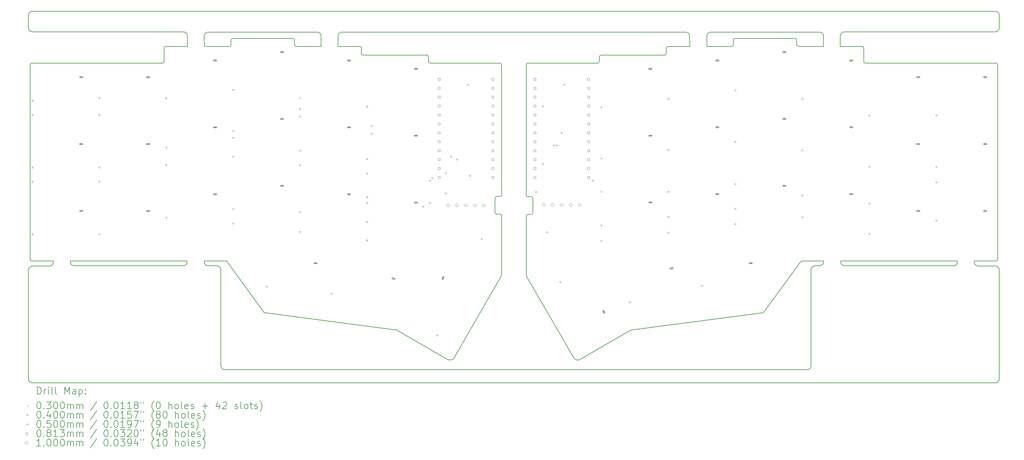
<source format=gbr>
%TF.GenerationSoftware,KiCad,Pcbnew,(6.0.8-1)-1*%
%TF.CreationDate,2022-10-24T21:26:31-05:00*%
%TF.ProjectId,cho-corne-ice,63686f2d-636f-4726-9e65-2d6963652e6b,3.0.1*%
%TF.SameCoordinates,Original*%
%TF.FileFunction,Drillmap*%
%TF.FilePolarity,Positive*%
%FSLAX45Y45*%
G04 Gerber Fmt 4.5, Leading zero omitted, Abs format (unit mm)*
G04 Created by KiCad (PCBNEW (6.0.8-1)-1) date 2022-10-24 21:26:31*
%MOMM*%
%LPD*%
G01*
G04 APERTURE LIST*
%ADD10C,0.200000*%
%ADD11C,0.030000*%
%ADD12C,0.040000*%
%ADD13C,0.050000*%
%ADD14C,0.081280*%
%ADD15C,0.100000*%
G04 APERTURE END LIST*
D10*
X1780750Y-8302031D02*
X1781250Y-8325000D01*
X1781250Y-8325000D02*
X1781230Y-8325200D01*
X1781230Y-8325200D02*
X1781230Y-8325200D01*
X1781230Y-8325200D02*
X1778960Y-8348300D01*
X1778960Y-8348300D02*
X1778960Y-8348300D01*
X1778960Y-8348300D02*
X1778960Y-8348300D01*
X1778960Y-8348300D02*
X1778960Y-8348400D01*
X1778960Y-8348400D02*
X1778860Y-8348800D01*
X1778860Y-8348800D02*
X1778770Y-8349300D01*
X1778770Y-8349300D02*
X1772080Y-8371400D01*
X1772080Y-8371400D02*
X1772060Y-8371500D01*
X1772060Y-8371500D02*
X1771880Y-8371900D01*
X1771880Y-8371900D02*
X1771700Y-8372400D01*
X1771700Y-8372400D02*
X1760820Y-8392800D01*
X1760820Y-8392800D02*
X1760790Y-8392900D01*
X1760790Y-8392900D02*
X1760540Y-8393200D01*
X1760540Y-8393200D02*
X1760280Y-8393600D01*
X1760280Y-8393600D02*
X1745640Y-8411600D01*
X1745640Y-8411600D02*
X1745640Y-8411600D01*
X1745640Y-8411600D02*
X1745640Y-8411600D01*
X1745640Y-8411600D02*
X1745590Y-8411600D01*
X1745590Y-8411600D02*
X1745270Y-8412000D01*
X1745270Y-8412000D02*
X1744950Y-8412300D01*
X1744950Y-8412300D02*
X1727090Y-8427100D01*
X1727090Y-8427100D02*
X1727040Y-8427100D01*
X1727040Y-8427100D02*
X1726660Y-8427300D01*
X1726660Y-8427300D02*
X1726280Y-8427600D01*
X1726280Y-8427600D02*
X1705900Y-8438600D01*
X1705900Y-8438600D02*
X1705900Y-8438600D01*
X1705900Y-8438600D02*
X1705900Y-8438600D01*
X1705900Y-8438600D02*
X1705830Y-8438700D01*
X1705830Y-8438700D02*
X1705420Y-8438800D01*
X1705420Y-8438800D02*
X1705000Y-8439000D01*
X1705000Y-8439000D02*
X1682860Y-8445900D01*
X1682860Y-8445900D02*
X1682790Y-8445900D01*
X1682790Y-8445900D02*
X1682350Y-8446000D01*
X1682350Y-8446000D02*
X1681900Y-8446000D01*
X1681900Y-8446000D02*
X1658850Y-8448500D01*
X1658850Y-8448500D02*
X1658780Y-8448500D01*
X1658780Y-8448500D02*
X1658560Y-8448500D01*
X1658560Y-8448500D02*
X1658350Y-8448500D01*
X1658350Y-8448500D02*
X1657750Y-8448500D01*
X1657750Y-8448500D02*
X1657740Y-8448500D01*
X1657740Y-8448500D02*
X1182520Y-8448500D01*
X1182520Y-8448500D02*
X1181940Y-8448500D01*
X1181940Y-8448500D02*
X1159630Y-8450800D01*
X1159630Y-8450800D02*
X1138430Y-8457400D01*
X1138430Y-8457400D02*
X1118910Y-8468000D01*
X1118910Y-8468000D02*
X1101800Y-8482100D01*
X1101800Y-8482100D02*
X1087780Y-8499300D01*
X1087780Y-8499300D02*
X1077360Y-8518900D01*
X1077360Y-8518900D02*
X1070940Y-8540200D01*
X1070940Y-8540200D02*
X1068750Y-8562500D01*
X1068750Y-11649700D02*
X1068750Y-11650300D01*
X1068750Y-11650300D02*
X1071100Y-11672600D01*
X1071100Y-11672600D02*
X1077660Y-11693800D01*
X1077660Y-11693800D02*
X1088220Y-11713300D01*
X1088220Y-11713300D02*
X1102360Y-11730400D01*
X1102360Y-11730400D02*
X1119570Y-11744500D01*
X1119570Y-11744500D02*
X1139160Y-11754900D01*
X1139160Y-11754900D02*
X1160410Y-11761300D01*
X1160410Y-11761300D02*
X1182740Y-11763500D01*
X1182740Y-11763500D02*
X28505750Y-11762600D01*
X28505550Y-1203850D02*
X1182520Y-1204750D01*
X1182520Y-1204750D02*
X1181940Y-1204750D01*
X1181940Y-1204750D02*
X1159630Y-1207100D01*
X1159630Y-1207100D02*
X1138430Y-1213660D01*
X1138430Y-1213660D02*
X1118910Y-1224220D01*
X1118910Y-1224220D02*
X1101800Y-1238370D01*
X1101800Y-1238370D02*
X1087780Y-1255570D01*
X1087780Y-1255570D02*
X1077360Y-1275160D01*
X1077360Y-1275160D02*
X1070940Y-1296410D01*
X1070940Y-1296410D02*
X1068750Y-1318750D01*
X1068750Y-1318750D02*
X1068750Y-1674730D01*
X1068750Y-1674730D02*
X1068750Y-1675310D01*
X1068750Y-1675310D02*
X1071100Y-1697620D01*
X1071100Y-1697620D02*
X1077660Y-1718820D01*
X1077660Y-1718820D02*
X1088220Y-1738350D01*
X1088220Y-1738350D02*
X1102360Y-1755450D01*
X1102360Y-1755450D02*
X1119570Y-1769480D01*
X1119570Y-1769480D02*
X1139160Y-1779900D01*
X1139160Y-1779900D02*
X1160410Y-1786310D01*
X1160410Y-1786310D02*
X1182740Y-1788500D01*
X1182740Y-1788500D02*
X5457740Y-1788500D01*
X5457740Y-1788500D02*
X5457990Y-1788530D01*
X5457990Y-1788530D02*
X5457990Y-1788530D01*
X5457990Y-1788530D02*
X5481050Y-1790790D01*
X5481050Y-1790790D02*
X5481050Y-1790790D01*
X5481050Y-1790790D02*
X5481050Y-1790790D01*
X5481050Y-1790790D02*
X5481120Y-1790790D01*
X5481120Y-1790790D02*
X5481560Y-1790890D01*
X5481560Y-1790890D02*
X5482010Y-1790980D01*
X5482010Y-1790980D02*
X5504200Y-1797680D01*
X5504200Y-1797680D02*
X5504260Y-1797700D01*
X5504260Y-1797700D02*
X5504680Y-1797870D01*
X5504680Y-1797870D02*
X5505100Y-1798050D01*
X5505100Y-1798050D02*
X5525560Y-1808930D01*
X5525560Y-1808930D02*
X5525560Y-1808930D01*
X5525560Y-1808930D02*
X5525560Y-1808930D01*
X5525560Y-1808930D02*
X5525620Y-1808960D01*
X5525620Y-1808960D02*
X5526000Y-1809220D01*
X5526000Y-1809220D02*
X5526380Y-1809470D01*
X5526380Y-1809470D02*
X5544340Y-1824120D01*
X5544340Y-1824120D02*
X5544390Y-1824160D01*
X5544390Y-1824160D02*
X5544700Y-1824480D01*
X5544700Y-1824480D02*
X5545030Y-1824800D01*
X5545030Y-1824800D02*
X5559800Y-1842660D01*
X5559800Y-1842660D02*
X5559840Y-1842710D01*
X5559840Y-1842710D02*
X5560090Y-1843090D01*
X5560090Y-1843090D02*
X5560350Y-1843470D01*
X5560350Y-1843470D02*
X5571370Y-1863860D01*
X5571370Y-1863860D02*
X5571370Y-1863860D01*
X5571370Y-1863860D02*
X5571370Y-1863860D01*
X5571370Y-1863860D02*
X5571400Y-1863920D01*
X5571400Y-1863920D02*
X5571570Y-1864340D01*
X5571570Y-1864340D02*
X5571750Y-1864760D01*
X5571750Y-1864760D02*
X5578600Y-1886900D01*
X5578600Y-1886900D02*
X5578620Y-1886960D01*
X5578620Y-1886960D02*
X5578710Y-1887410D01*
X5578710Y-1887410D02*
X5578800Y-1887850D01*
X5578800Y-1887850D02*
X5581220Y-1910900D01*
X5581220Y-1910900D02*
X5581230Y-1910970D01*
X5581230Y-1910970D02*
X5581220Y-1911190D01*
X5581220Y-1911190D02*
X5581250Y-1911410D01*
X5581250Y-1911410D02*
X5581250Y-1912000D01*
X5581250Y-1912000D02*
X5581250Y-1912010D01*
X5581250Y-1912010D02*
X5581750Y-2202025D01*
X6055750Y-8302107D02*
X6056250Y-8324700D01*
X6056250Y-8324700D02*
X6056250Y-8325300D01*
X6056250Y-8325300D02*
X6058600Y-8347600D01*
X6058600Y-8347600D02*
X6065160Y-8368800D01*
X6065160Y-8368800D02*
X6075720Y-8388300D01*
X6075720Y-8388300D02*
X6089860Y-8405400D01*
X6089860Y-8405400D02*
X6107070Y-8419500D01*
X6107070Y-8419500D02*
X6126660Y-8429900D01*
X6126660Y-8429900D02*
X6147910Y-8436300D01*
X6147910Y-8436300D02*
X6170240Y-8438500D01*
X6170240Y-8438500D02*
X6407740Y-8438500D01*
X6407740Y-8438500D02*
X6407990Y-8438500D01*
X6407990Y-8438500D02*
X6407990Y-8438500D01*
X6407990Y-8438500D02*
X6431050Y-8440800D01*
X6431050Y-8440800D02*
X6431050Y-8440800D01*
X6431050Y-8440800D02*
X6431050Y-8440800D01*
X6431050Y-8440800D02*
X6431120Y-8440800D01*
X6431120Y-8440800D02*
X6431560Y-8440900D01*
X6431560Y-8440900D02*
X6432010Y-8441000D01*
X6432010Y-8441000D02*
X6454200Y-8447700D01*
X6454200Y-8447700D02*
X6454260Y-8447700D01*
X6454260Y-8447700D02*
X6454680Y-8447900D01*
X6454680Y-8447900D02*
X6455100Y-8448000D01*
X6455100Y-8448000D02*
X6475560Y-8458900D01*
X6475560Y-8458900D02*
X6475560Y-8458900D01*
X6475560Y-8458900D02*
X6475560Y-8458900D01*
X6475560Y-8458900D02*
X6475620Y-8459000D01*
X6475620Y-8459000D02*
X6476000Y-8459200D01*
X6476000Y-8459200D02*
X6476380Y-8459500D01*
X6476380Y-8459500D02*
X6494340Y-8474100D01*
X6494340Y-8474100D02*
X6494390Y-8474200D01*
X6494390Y-8474200D02*
X6494700Y-8474500D01*
X6494700Y-8474500D02*
X6495030Y-8474800D01*
X6495030Y-8474800D02*
X6509800Y-8492700D01*
X6509800Y-8492700D02*
X6509840Y-8492700D01*
X6509840Y-8492700D02*
X6510090Y-8493100D01*
X6510090Y-8493100D02*
X6510350Y-8493500D01*
X6510350Y-8493500D02*
X6521370Y-8513900D01*
X6521370Y-8513900D02*
X6521370Y-8513900D01*
X6521370Y-8513900D02*
X6521370Y-8513900D01*
X6521370Y-8513900D02*
X6521400Y-8513900D01*
X6521400Y-8513900D02*
X6521570Y-8514300D01*
X6521570Y-8514300D02*
X6521750Y-8514800D01*
X6521750Y-8514800D02*
X6528600Y-8536900D01*
X6528600Y-8536900D02*
X6528620Y-8537000D01*
X6528620Y-8537000D02*
X6528710Y-8537400D01*
X6528710Y-8537400D02*
X6528800Y-8537900D01*
X6528800Y-8537900D02*
X6531220Y-8560900D01*
X6531220Y-8560900D02*
X6531230Y-8561000D01*
X6531230Y-8561000D02*
X6531220Y-8561200D01*
X6531220Y-8561200D02*
X6531250Y-8561400D01*
X6531250Y-8561400D02*
X6531250Y-8562000D01*
X6531250Y-8562000D02*
X6531250Y-8562000D01*
X6531250Y-8562000D02*
X6531250Y-11279700D01*
X6531250Y-11279700D02*
X6531250Y-11280300D01*
X6531250Y-11280300D02*
X6533600Y-11302600D01*
X6533600Y-11302600D02*
X6540160Y-11323800D01*
X6540160Y-11323800D02*
X6550720Y-11343300D01*
X6550720Y-11343300D02*
X6564860Y-11360400D01*
X6564860Y-11360400D02*
X6582070Y-11374500D01*
X6582070Y-11374500D02*
X6601660Y-11384900D01*
X6601660Y-11384900D02*
X6622910Y-11391300D01*
X6622910Y-11391300D02*
X6645240Y-11393500D01*
X6645450Y-11393400D02*
X23161950Y-11392600D01*
X19718050Y-1797600D02*
X9970050Y-1798500D01*
X9970050Y-1798500D02*
X9969450Y-1798500D01*
X9969450Y-1798500D02*
X9947150Y-1800850D01*
X9947150Y-1800850D02*
X9925950Y-1807410D01*
X9925950Y-1807410D02*
X9906450Y-1817970D01*
X9906450Y-1817970D02*
X9889350Y-1832120D01*
X9889350Y-1832120D02*
X9875250Y-1849320D01*
X9875250Y-1849320D02*
X9864850Y-1868910D01*
X9864850Y-1868910D02*
X9858450Y-1890160D01*
X9858450Y-1890160D02*
X9856250Y-1912500D01*
X9856250Y-1912500D02*
X9856750Y-2201873D01*
X2256750Y-8302031D02*
X2256250Y-8324700D01*
X2256250Y-8324700D02*
X2256250Y-8325300D01*
X2256250Y-8325300D02*
X2258600Y-8347600D01*
X2258600Y-8347600D02*
X2265160Y-8368800D01*
X2265160Y-8368800D02*
X2275720Y-8388300D01*
X2275720Y-8388300D02*
X2289860Y-8405400D01*
X2289860Y-8405400D02*
X2307070Y-8419500D01*
X2307070Y-8419500D02*
X2326660Y-8429900D01*
X2326660Y-8429900D02*
X2347910Y-8436300D01*
X2347910Y-8436300D02*
X2370240Y-8438500D01*
X2370240Y-8438500D02*
X5457480Y-8438500D01*
X5457480Y-8438500D02*
X5458060Y-8438500D01*
X5458060Y-8438500D02*
X5480370Y-8436200D01*
X5480370Y-8436200D02*
X5501570Y-8429600D01*
X5501570Y-8429600D02*
X5521090Y-8419000D01*
X5521090Y-8419000D02*
X5538200Y-8404900D01*
X5538200Y-8404900D02*
X5552220Y-8387700D01*
X5552220Y-8387700D02*
X5562640Y-8368100D01*
X5562640Y-8368100D02*
X5569060Y-8346800D01*
X5569060Y-8346800D02*
X5571250Y-8324500D01*
X5571250Y-8324500D02*
X5571750Y-8302031D01*
X9372750Y-2202025D02*
X9371250Y-1912270D01*
X9371250Y-1912270D02*
X9371250Y-1911690D01*
X9371250Y-1911690D02*
X9368900Y-1889380D01*
X9368900Y-1889380D02*
X9362340Y-1868180D01*
X9362340Y-1868180D02*
X9351780Y-1848660D01*
X9351780Y-1848660D02*
X9337630Y-1831560D01*
X9337630Y-1831560D02*
X9320430Y-1817530D01*
X9320430Y-1817530D02*
X9300840Y-1807110D01*
X9300840Y-1807110D02*
X9279590Y-1800690D01*
X9279590Y-1800690D02*
X9257260Y-1798500D01*
X9257260Y-1798500D02*
X6170020Y-1798500D01*
X6170020Y-1798500D02*
X6169440Y-1798500D01*
X6169440Y-1798500D02*
X6147130Y-1800850D01*
X6147130Y-1800850D02*
X6125930Y-1807410D01*
X6125930Y-1807410D02*
X6106410Y-1817970D01*
X6106410Y-1817970D02*
X6089300Y-1832120D01*
X6089300Y-1832120D02*
X6075280Y-1849320D01*
X6075280Y-1849320D02*
X6064860Y-1868910D01*
X6064860Y-1868910D02*
X6058440Y-1890160D01*
X6058440Y-1890160D02*
X6056250Y-1912500D01*
X6056250Y-1912500D02*
X6057750Y-2201873D01*
X1068750Y-8562500D02*
X1068750Y-11649700D01*
X23631750Y-2202673D02*
X23631950Y-1911370D01*
X23631950Y-1911370D02*
X23631950Y-1910790D01*
X23631950Y-1910790D02*
X23629650Y-1888480D01*
X23629650Y-1888480D02*
X23623050Y-1867280D01*
X23623050Y-1867280D02*
X23612550Y-1847760D01*
X23612550Y-1847760D02*
X23598350Y-1830660D01*
X23598350Y-1830660D02*
X23581150Y-1816630D01*
X23581150Y-1816630D02*
X23561550Y-1806210D01*
X23561550Y-1806210D02*
X23540350Y-1799790D01*
X23540350Y-1799790D02*
X23518050Y-1797600D01*
X23518050Y-1797600D02*
X20430750Y-1797600D01*
X20430750Y-1797600D02*
X20430150Y-1797600D01*
X20430150Y-1797600D02*
X20407850Y-1799950D01*
X20407850Y-1799950D02*
X20386650Y-1806510D01*
X20386650Y-1806510D02*
X20367150Y-1817070D01*
X20367150Y-1817070D02*
X20350050Y-1831220D01*
X20350050Y-1831220D02*
X20336050Y-1848420D01*
X20336050Y-1848420D02*
X20325650Y-1868010D01*
X20325650Y-1868010D02*
X20319150Y-1889260D01*
X20319150Y-1889260D02*
X20317050Y-1911600D01*
X20317050Y-1911600D02*
X20316750Y-2202825D01*
X28030250Y-8447600D02*
X28007150Y-8445300D01*
X28586450Y-11729000D02*
X28600450Y-11711800D01*
X19781150Y-1816630D02*
X19761550Y-1806210D01*
X19798350Y-1830660D02*
X19781150Y-1816630D01*
X28619450Y-8560800D02*
X28619550Y-11648600D01*
X19832750Y-2202673D02*
X19831950Y-1911370D01*
X19831950Y-1911370D02*
X19831950Y-1910790D01*
X19831950Y-1910790D02*
X19829650Y-1888480D01*
X19829650Y-1888480D02*
X19823050Y-1867280D01*
X19823050Y-1867280D02*
X19812550Y-1847760D01*
X19812550Y-1847760D02*
X19798350Y-1830660D01*
X19761550Y-1806210D02*
X19740350Y-1799790D01*
X19740350Y-1799790D02*
X19718050Y-1797600D01*
X24117750Y-8302731D02*
X24117050Y-8323800D01*
X24117050Y-8323800D02*
X24117050Y-8324400D01*
X24117050Y-8324400D02*
X24119350Y-8346700D01*
X24119350Y-8346700D02*
X24125950Y-8367900D01*
X24125950Y-8367900D02*
X24136450Y-8387400D01*
X24136450Y-8387400D02*
X24150650Y-8404500D01*
X24150650Y-8404500D02*
X24167850Y-8418600D01*
X24167850Y-8418600D02*
X24187450Y-8429000D01*
X24187450Y-8429000D02*
X24208650Y-8435400D01*
X24208650Y-8435400D02*
X24230950Y-8437600D01*
X24230950Y-8437600D02*
X27318250Y-8437600D01*
X27318250Y-8437600D02*
X27318850Y-8437600D01*
X27318850Y-8437600D02*
X27341150Y-8435300D01*
X27341150Y-8435300D02*
X27362350Y-8428700D01*
X27362350Y-8428700D02*
X27381850Y-8418100D01*
X27381850Y-8418100D02*
X27398950Y-8404000D01*
X27398950Y-8404000D02*
X27412950Y-8386800D01*
X27412950Y-8386800D02*
X27423350Y-8367200D01*
X27423350Y-8367200D02*
X27429850Y-8345900D01*
X27429850Y-8345900D02*
X27431950Y-8323600D01*
X27431950Y-8323600D02*
X27432750Y-8302731D01*
X23161950Y-11392600D02*
X23162550Y-11392600D01*
X23162550Y-11392600D02*
X23184850Y-11390300D01*
X23184850Y-11390300D02*
X23206050Y-11383700D01*
X23206050Y-11383700D02*
X23225550Y-11373100D01*
X23225550Y-11373100D02*
X23242650Y-11359000D01*
X23242650Y-11359000D02*
X23256750Y-11341800D01*
X23256750Y-11341800D02*
X23267150Y-11322200D01*
X23267150Y-11322200D02*
X23273550Y-11300900D01*
X23273550Y-11300900D02*
X23275750Y-11278600D01*
X23275750Y-11278600D02*
X23275750Y-8561100D01*
X23275750Y-8561100D02*
X23275750Y-8560900D01*
X23275750Y-8560900D02*
X23275750Y-8560900D01*
X23275750Y-8560900D02*
X23278050Y-8537800D01*
X23278050Y-8537800D02*
X23278050Y-8537800D01*
X23278050Y-8537800D02*
X23278050Y-8537800D01*
X23278050Y-8537800D02*
X23278050Y-8537700D01*
X23278050Y-8537700D02*
X23278150Y-8537300D01*
X23278150Y-8537300D02*
X23278250Y-8536800D01*
X23278250Y-8536800D02*
X23284950Y-8514700D01*
X23284950Y-8514700D02*
X23284950Y-8514600D01*
X23284950Y-8514600D02*
X23285150Y-8514200D01*
X23285150Y-8514200D02*
X23285250Y-8513800D01*
X23285250Y-8513800D02*
X23296150Y-8493300D01*
X23296150Y-8493300D02*
X23296150Y-8493300D01*
X23296150Y-8493300D02*
X23296150Y-8493300D01*
X23296150Y-8493300D02*
X23296250Y-8493200D01*
X23296250Y-8493200D02*
X23296450Y-8492900D01*
X23296450Y-8492900D02*
X23296750Y-8492500D01*
X23296750Y-8492500D02*
X23311350Y-8474500D01*
X23311350Y-8474500D02*
X23311450Y-8474500D01*
X23311450Y-8474500D02*
X23311750Y-8474100D01*
X23311750Y-8474100D02*
X23312050Y-8473800D01*
X23312050Y-8473800D02*
X23329950Y-8459100D01*
X23329950Y-8459100D02*
X23329950Y-8459000D01*
X23329950Y-8459000D02*
X23330350Y-8458800D01*
X23330350Y-8458800D02*
X23330750Y-8458500D01*
X23330750Y-8458500D02*
X23351150Y-8447500D01*
X23351150Y-8447500D02*
X23351150Y-8447500D01*
X23351150Y-8447500D02*
X23351150Y-8447500D01*
X23351150Y-8447500D02*
X23351150Y-8447400D01*
X23351150Y-8447400D02*
X23351550Y-8447300D01*
X23351550Y-8447300D02*
X23352050Y-8447100D01*
X23352050Y-8447100D02*
X23374150Y-8440300D01*
X23374150Y-8440300D02*
X23374150Y-8440300D01*
X23374150Y-8440300D02*
X23374250Y-8440200D01*
X23374250Y-8440200D02*
X23374650Y-8440100D01*
X23374650Y-8440100D02*
X23375050Y-8440100D01*
X23375050Y-8440100D02*
X23398150Y-8437600D01*
X23398150Y-8437600D02*
X23398250Y-8437600D01*
X23398250Y-8437600D02*
X23398450Y-8437600D01*
X23398450Y-8437600D02*
X23398650Y-8437600D01*
X23398650Y-8437600D02*
X23399250Y-8437600D01*
X23399250Y-8437600D02*
X23399250Y-8437600D01*
X23399250Y-8437600D02*
X23518250Y-8437600D01*
X23518250Y-8437600D02*
X23518850Y-8437600D01*
X23518850Y-8437600D02*
X23541150Y-8435300D01*
X23541150Y-8435300D02*
X23562350Y-8428700D01*
X23562350Y-8428700D02*
X23581850Y-8418100D01*
X23581850Y-8418100D02*
X23598950Y-8404000D01*
X23598950Y-8404000D02*
X23612950Y-8386800D01*
X23612950Y-8386800D02*
X23623350Y-8367200D01*
X23623350Y-8367200D02*
X23629850Y-8345900D01*
X23629850Y-8345900D02*
X23632050Y-8323600D01*
X23632050Y-8323600D02*
X23632750Y-8302807D01*
X24109250Y-1887730D02*
X24109350Y-1887290D01*
X24109350Y-1887290D02*
X24109450Y-1886840D01*
X24109450Y-1886840D02*
X24116150Y-1864650D01*
X24116150Y-1864650D02*
X24116150Y-1864590D01*
X24116150Y-1864590D02*
X24116350Y-1864170D01*
X24116350Y-1864170D02*
X24116550Y-1863750D01*
X24116550Y-1863750D02*
X24127450Y-1843290D01*
X24127450Y-1843290D02*
X24127450Y-1843290D01*
X24127450Y-1843290D02*
X24127450Y-1843290D01*
X24127450Y-1843290D02*
X24127450Y-1843230D01*
X24127450Y-1843230D02*
X24127750Y-1842850D01*
X24127750Y-1842850D02*
X24127950Y-1842480D01*
X24127950Y-1842480D02*
X24142650Y-1824520D01*
X24142650Y-1824520D02*
X24142650Y-1824460D01*
X24142650Y-1824460D02*
X24142950Y-1824150D01*
X24142950Y-1824150D02*
X24143350Y-1823820D01*
X24143350Y-1823820D02*
X24161150Y-1809050D01*
X24161150Y-1809050D02*
X24161250Y-1809010D01*
X24161250Y-1809010D02*
X24161550Y-1808760D01*
X24161550Y-1808760D02*
X24161950Y-1808510D01*
X24161950Y-1808510D02*
X24182350Y-1797480D01*
X24182350Y-1797480D02*
X24182350Y-1797480D01*
X24182350Y-1797480D02*
X24182350Y-1797480D01*
X24182350Y-1797480D02*
X24182450Y-1797450D01*
X24182450Y-1797450D02*
X24182850Y-1797280D01*
X24182850Y-1797280D02*
X24183250Y-1797100D01*
X24183250Y-1797100D02*
X24205350Y-1790250D01*
X24205350Y-1790250D02*
X24205350Y-1790250D01*
X24205350Y-1790250D02*
X24205450Y-1790230D01*
X24205450Y-1790230D02*
X24205950Y-1790150D01*
X24205950Y-1790150D02*
X24206350Y-1790050D01*
X24206350Y-1790050D02*
X24229350Y-1787630D01*
X24229350Y-1787630D02*
X24229450Y-1787630D01*
X24229450Y-1787630D02*
X24229650Y-1787630D01*
X24229650Y-1787630D02*
X24229950Y-1787600D01*
X24229950Y-1787600D02*
X24230450Y-1787600D01*
X24230450Y-1787600D02*
X24230550Y-1787600D01*
X24230550Y-1787600D02*
X28505750Y-1787600D01*
X28505750Y-1787600D02*
X28506350Y-1787600D01*
X28506350Y-1787600D02*
X28528650Y-1785260D01*
X28528650Y-1785260D02*
X28549850Y-1778690D01*
X28549850Y-1778690D02*
X28569350Y-1768140D01*
X28569350Y-1768140D02*
X28586450Y-1753990D01*
X28586450Y-1753990D02*
X28600450Y-1736790D01*
X28600450Y-1736790D02*
X28610850Y-1717190D01*
X28610850Y-1717190D02*
X28617350Y-1695940D01*
X28617350Y-1695940D02*
X28619550Y-1673610D01*
X28619550Y-1673610D02*
X28619450Y-1317620D01*
X28619450Y-1317620D02*
X28619450Y-1317040D01*
X28619450Y-1317040D02*
X28617150Y-1294730D01*
X28617150Y-1294730D02*
X28610550Y-1273530D01*
X28610550Y-1273530D02*
X28600050Y-1254010D01*
X28600050Y-1254010D02*
X28585850Y-1236910D01*
X28585850Y-1236910D02*
X28568650Y-1222880D01*
X28568650Y-1222880D02*
X28549050Y-1212460D01*
X28549050Y-1212460D02*
X28527850Y-1206040D01*
X28527850Y-1206040D02*
X28505550Y-1203850D01*
X24107750Y-2202825D02*
X24106950Y-1911110D01*
X24106950Y-1911110D02*
X24107050Y-1910860D01*
X24107050Y-1910860D02*
X24109250Y-1887800D01*
X24109250Y-1887800D02*
X24109250Y-1887800D01*
X24109250Y-1887800D02*
X24109250Y-1887800D01*
X24109250Y-1887800D02*
X24109250Y-1887730D01*
X27907050Y-8325100D02*
X27907050Y-8324900D01*
X27907050Y-8324900D02*
X27907050Y-8324700D01*
X27907050Y-8324700D02*
X27907050Y-8324100D01*
X27907050Y-8324100D02*
X27906950Y-8324100D01*
X27906950Y-8324100D02*
X27907750Y-8302807D01*
X27916550Y-8371300D02*
X27909650Y-8349200D01*
X27909650Y-8349200D02*
X27909650Y-8349100D01*
X27909650Y-8349100D02*
X27909550Y-8348700D01*
X27909550Y-8348700D02*
X27909450Y-8348300D01*
X27909450Y-8348300D02*
X27907050Y-8325200D01*
X27907050Y-8325200D02*
X27907050Y-8325100D01*
X28505750Y-11762600D02*
X28506350Y-11762600D01*
X28506350Y-11762600D02*
X28528650Y-11760300D01*
X28528650Y-11760300D02*
X28549850Y-11753700D01*
X28549850Y-11753700D02*
X28569350Y-11743100D01*
X28569350Y-11743100D02*
X28586450Y-11729000D01*
X28600450Y-11711800D02*
X28610850Y-11692200D01*
X28610850Y-11692200D02*
X28617350Y-11670900D01*
X28617350Y-11670900D02*
X28619550Y-11648600D01*
X28619450Y-8560800D02*
X28617150Y-8538500D01*
X28617150Y-8538500D02*
X28610550Y-8517300D01*
X28610550Y-8517300D02*
X28600050Y-8497800D01*
X28600050Y-8497800D02*
X28585850Y-8480700D01*
X28585850Y-8480700D02*
X28568650Y-8466600D01*
X28568650Y-8466600D02*
X28549050Y-8456200D01*
X28549050Y-8456200D02*
X28527850Y-8449800D01*
X28527850Y-8449800D02*
X28505550Y-8447600D01*
X28505550Y-8447600D02*
X28030550Y-8447600D01*
X28030550Y-8447600D02*
X28030250Y-8447600D01*
X28030250Y-8447600D02*
X28030250Y-8447600D01*
X28007150Y-8445300D02*
X28007150Y-8445300D01*
X28007150Y-8445300D02*
X28007150Y-8445300D01*
X28007150Y-8445300D02*
X28007150Y-8445300D01*
X28007150Y-8445300D02*
X28006650Y-8445200D01*
X28006650Y-8445200D02*
X28006250Y-8445100D01*
X28006250Y-8445100D02*
X27984050Y-8438400D01*
X27984050Y-8438400D02*
X27983950Y-8438400D01*
X27983950Y-8438400D02*
X27983550Y-8438200D01*
X27983550Y-8438200D02*
X27983150Y-8438100D01*
X27983150Y-8438100D02*
X27962650Y-8427200D01*
X27962650Y-8427200D02*
X27962650Y-8427200D01*
X27962650Y-8427200D02*
X27962650Y-8427100D01*
X27962650Y-8427100D02*
X27962250Y-8426900D01*
X27962250Y-8426900D02*
X27961850Y-8426600D01*
X27961850Y-8426600D02*
X27943950Y-8412000D01*
X27943950Y-8412000D02*
X27943950Y-8412000D01*
X27943950Y-8412000D02*
X27943950Y-8412000D01*
X27943950Y-8412000D02*
X27943850Y-8411900D01*
X27943850Y-8411900D02*
X27943550Y-8411600D01*
X27943550Y-8411600D02*
X27943250Y-8411300D01*
X27943250Y-8411300D02*
X27928450Y-8393400D01*
X27928450Y-8393400D02*
X27928450Y-8393400D01*
X27928450Y-8393400D02*
X27928150Y-8393000D01*
X27928150Y-8393000D02*
X27927950Y-8392600D01*
X27927950Y-8392600D02*
X27916850Y-8372200D01*
X27916850Y-8372200D02*
X27916850Y-8372200D01*
X27916850Y-8372200D02*
X27916850Y-8372200D01*
X27916850Y-8372200D02*
X27916850Y-8372200D01*
X27916850Y-8372200D02*
X27916650Y-8371800D01*
X27916650Y-8371800D02*
X27916550Y-8371300D01*
X18162950Y-10267800D02*
X18183119Y-10262377D01*
X18203571Y-10258200D01*
X18224248Y-10255278D01*
X18228406Y-10254846D01*
X15218179Y-8762572D02*
X15209231Y-8744685D01*
X15201683Y-8723223D01*
X15197065Y-8700959D01*
X15195456Y-8678190D01*
X15195470Y-8675323D01*
X19170618Y-2402571D02*
X19170618Y-2252711D01*
X17320484Y-2452609D02*
X19120580Y-2452609D01*
X15195470Y-2727817D02*
X15200402Y-2706148D01*
X15213664Y-2689248D01*
X15232967Y-2679406D01*
X15245458Y-2677830D01*
X15195522Y-2727690D02*
X15195522Y-6450000D01*
X24117750Y-8302731D02*
X27432750Y-8302731D01*
X28570463Y-2727817D02*
X28570640Y-8252693D01*
X24820588Y-2677653D02*
X28520450Y-2677830D01*
X21120574Y-1977629D02*
X22820594Y-1977629D01*
X21070536Y-2152635D02*
X21070536Y-2027667D01*
X19220656Y-2202673D02*
X19832750Y-2202673D01*
X18162950Y-10267800D02*
X16733542Y-11093908D01*
X17270700Y-2502647D02*
X17270471Y-2627818D01*
X17270471Y-2502824D02*
X17275397Y-2481146D01*
X17288657Y-2464238D01*
X17307962Y-2454390D01*
X17320458Y-2452812D01*
X24770550Y-2252711D02*
X24770550Y-2627615D01*
X22920670Y-2202673D02*
X23631750Y-2202673D01*
X22870632Y-2027667D02*
X22870632Y-2152635D01*
X15245559Y-2677653D02*
X17220459Y-2677830D01*
X28570463Y-8252820D02*
X28565527Y-8274496D01*
X28552258Y-8291398D01*
X28532947Y-8301236D01*
X28520451Y-8302807D01*
X28520451Y-8302807D02*
X28520450Y-8302807D01*
X28520450Y-2677830D02*
X28542128Y-2682755D01*
X28559037Y-2696015D01*
X28568885Y-2715322D01*
X28570463Y-2727817D01*
X28570463Y-2727817D02*
X28570463Y-2727817D01*
X24820461Y-2677830D02*
X24798783Y-2672905D01*
X24781874Y-2659644D01*
X24772026Y-2640338D01*
X24770449Y-2627843D01*
X24770449Y-2627843D02*
X24770449Y-2627818D01*
X24720462Y-2202825D02*
X24742131Y-2207758D01*
X24759030Y-2221019D01*
X24768873Y-2240321D01*
X24770449Y-2252813D01*
X22920466Y-2202825D02*
X22898788Y-2197900D01*
X22881880Y-2184640D01*
X22872032Y-2165333D01*
X22870454Y-2152838D01*
X22870454Y-2152838D02*
X22870454Y-2152813D01*
X22820467Y-1977807D02*
X22842143Y-1982743D01*
X22859045Y-1996012D01*
X22868883Y-2015323D01*
X22870454Y-2027819D01*
X22870454Y-2027819D02*
X22870454Y-2027819D01*
X21070459Y-2027819D02*
X21075384Y-2006141D01*
X21088645Y-1989232D01*
X21107951Y-1979384D01*
X21120447Y-1977807D01*
X21120447Y-1977807D02*
X21120447Y-1977807D01*
X21070459Y-2152813D02*
X21065534Y-2174491D01*
X21052274Y-2191400D01*
X21032967Y-2201248D01*
X21020472Y-2202825D01*
X21020472Y-2202825D02*
X21020447Y-2202825D01*
X19170465Y-2252813D02*
X19175398Y-2231143D01*
X19188659Y-2214244D01*
X19207961Y-2204401D01*
X19220452Y-2202825D01*
X19170465Y-2402825D02*
X19165529Y-2424500D01*
X19152260Y-2441402D01*
X19132949Y-2451241D01*
X19120453Y-2452812D01*
X16540730Y-11055961D02*
X15218128Y-8762725D01*
X16541040Y-11056423D02*
X16540730Y-11055961D01*
X16733542Y-11093908D02*
X16715136Y-11104387D01*
X16695861Y-11111787D01*
X16676044Y-11116172D01*
X16656010Y-11117605D01*
X16629527Y-11115034D01*
X16604014Y-11107479D01*
X16585982Y-11098634D01*
X16569258Y-11087133D01*
X16554168Y-11073042D01*
X16541040Y-11056423D01*
X21895451Y-9777809D02*
X18228406Y-10254846D01*
X21930807Y-9763179D02*
X21913452Y-9774462D01*
X21895451Y-9777809D01*
X22985109Y-8317463D02*
X21930807Y-9763179D01*
X17270471Y-2627818D02*
X17265546Y-2649496D01*
X17252285Y-2666405D01*
X17232978Y-2676253D01*
X17220483Y-2677830D01*
X17220483Y-2677830D02*
X17220459Y-2677830D01*
X6669034Y-8302007D02*
X6055750Y-8302107D01*
X1169050Y-8302007D02*
X1780750Y-8302031D01*
X4969038Y-2202025D02*
X5581750Y-2202025D01*
X8669053Y-2202025D02*
X9372750Y-2202025D01*
X12469017Y-2677030D02*
X12469041Y-2677030D01*
X12419029Y-2627018D02*
X12423954Y-2648696D01*
X12437215Y-2665605D01*
X12456521Y-2675453D01*
X12469017Y-2677030D01*
X6704390Y-8316663D02*
X7758693Y-9762379D01*
X7794049Y-9777009D02*
X11461094Y-10254046D01*
X12955958Y-11093108D02*
X12974364Y-11103587D01*
X12993639Y-11110987D01*
X13013456Y-11115372D01*
X13033490Y-11116805D01*
X13059973Y-11114234D01*
X13085486Y-11106679D01*
X13103518Y-11097834D01*
X13120242Y-11086333D01*
X13135332Y-11072242D01*
X13148460Y-11055623D01*
X13148460Y-11055623D02*
X13148770Y-11055161D01*
X13148770Y-11055161D02*
X14471372Y-8761925D01*
X10519035Y-2402025D02*
X10523971Y-2423700D01*
X10537240Y-2440602D01*
X10556551Y-2450441D01*
X10569047Y-2452012D01*
X10519035Y-2252013D02*
X10514102Y-2230343D01*
X10500841Y-2213444D01*
X10481539Y-2203601D01*
X10469048Y-2202025D01*
X8669028Y-2202025D02*
X8669053Y-2202025D01*
X8619041Y-2152013D02*
X8623966Y-2173691D01*
X8637226Y-2190600D01*
X8656533Y-2200448D01*
X8669028Y-2202025D01*
X8569053Y-1977007D02*
X8569053Y-1977007D01*
X8619041Y-2027019D02*
X8614116Y-2005341D01*
X8600855Y-1988432D01*
X8581549Y-1978584D01*
X8569053Y-1977007D01*
X6819046Y-2027019D02*
X6819046Y-2027019D01*
X6869033Y-1977007D02*
X6847357Y-1981943D01*
X6830455Y-1995212D01*
X6820616Y-2014523D01*
X6819046Y-2027019D01*
X6819046Y-2152038D02*
X6819046Y-2152013D01*
X6769033Y-2202025D02*
X6790712Y-2197100D01*
X6807620Y-2183840D01*
X6817468Y-2164533D01*
X6819046Y-2152038D01*
X4969038Y-2202025D02*
X4947369Y-2206958D01*
X4930469Y-2220219D01*
X4920627Y-2239521D01*
X4919051Y-2252013D01*
X4919051Y-2627043D02*
X4919051Y-2627018D01*
X4869039Y-2677030D02*
X4890717Y-2672105D01*
X4907626Y-2658844D01*
X4917474Y-2639538D01*
X4919051Y-2627043D01*
X1119037Y-2727017D02*
X1119037Y-2727017D01*
X1169050Y-2677030D02*
X1147372Y-2681955D01*
X1130463Y-2695215D01*
X1120615Y-2714522D01*
X1119037Y-2727017D01*
X1169049Y-8302007D02*
X1169050Y-8302007D01*
X1119037Y-8252020D02*
X1123973Y-8273696D01*
X1137242Y-8290598D01*
X1156553Y-8300436D01*
X1169049Y-8302007D01*
X14443940Y-2676853D02*
X12469041Y-2677030D01*
X6819046Y-2027019D02*
X6818868Y-2151835D01*
X6768830Y-2201873D02*
X6057750Y-2201873D01*
X4918950Y-2251911D02*
X4918950Y-2626815D01*
X12419029Y-2502024D02*
X12414103Y-2480346D01*
X12400843Y-2463438D01*
X12381538Y-2453590D01*
X12369042Y-2452012D01*
X12418800Y-2501847D02*
X12419029Y-2627018D01*
X11526550Y-10267000D02*
X12955958Y-11093108D01*
X10468844Y-2201873D02*
X9856750Y-2201873D01*
X8618964Y-2151835D02*
X8618964Y-2026867D01*
X8568926Y-1976829D02*
X6868906Y-1976829D01*
X4868912Y-2676853D02*
X1169050Y-2677030D01*
X1119037Y-2727017D02*
X1118860Y-8251893D01*
X5571750Y-8302031D02*
X2256750Y-8302031D01*
X14493978Y-2726890D02*
X14493978Y-6450000D01*
X14494030Y-2727017D02*
X14489097Y-2705348D01*
X14475836Y-2688448D01*
X14456533Y-2678606D01*
X14444042Y-2677030D01*
X12369016Y-2451809D02*
X10568920Y-2451809D01*
X10518882Y-2401771D02*
X10518882Y-2251911D01*
X14471321Y-8761772D02*
X14480269Y-8743885D01*
X14487817Y-8722423D01*
X14492435Y-8700159D01*
X14494044Y-8677390D01*
X14494030Y-8674523D01*
X22985109Y-8317463D02*
X23002462Y-8306165D01*
X23020466Y-8302807D01*
X7758693Y-9762379D02*
X7776048Y-9773662D01*
X7794049Y-9777009D01*
X6704390Y-8316663D02*
X6687037Y-8305365D01*
X6669034Y-8302007D01*
X11526550Y-10267000D02*
X11506380Y-10261577D01*
X11485928Y-10257400D01*
X11465252Y-10254478D01*
X11461094Y-10254046D01*
X14493950Y-6995500D02*
G75*
G03*
X14473750Y-6975500I-20100J-100D01*
G01*
X14360750Y-6975500D02*
X14473750Y-6975500D01*
X15380750Y-6520500D02*
X15380750Y-6930500D01*
X14492310Y-6397560D02*
G75*
G03*
X14492310Y-6397560I0J0D01*
G01*
X23020466Y-8302807D02*
X23632750Y-8302807D01*
X14310750Y-6515500D02*
X14310750Y-6925500D01*
X14310750Y-6925500D02*
G75*
G03*
X14360750Y-6975500I50000J0D01*
G01*
X28520450Y-8302807D02*
X27907750Y-8302807D01*
X15215750Y-6980500D02*
X15330750Y-6980500D01*
X14493950Y-6995500D02*
X14494030Y-8674523D01*
X14360750Y-6465500D02*
X14473750Y-6465500D01*
X14473750Y-6465500D02*
G75*
G03*
X14493750Y-6445500I0J20000D01*
G01*
X15215750Y-6980500D02*
G75*
G03*
X15195750Y-7000500I0J-20000D01*
G01*
X15195750Y-7000500D02*
X15195470Y-8675323D01*
X15330750Y-6980500D02*
G75*
G03*
X15380750Y-6930500I0J50000D01*
G01*
X21020447Y-2202825D02*
X20316750Y-2202825D01*
X14360750Y-6465500D02*
G75*
G03*
X14310750Y-6515500I0J-50000D01*
G01*
X15195750Y-6450500D02*
G75*
G03*
X15215750Y-6470500I20000J0D01*
G01*
X15215750Y-6470500D02*
X15330750Y-6470500D01*
X24720462Y-2202825D02*
X24107750Y-2202825D01*
X15380750Y-6520500D02*
G75*
G03*
X15330750Y-6470500I-50000J0D01*
G01*
D11*
X2550750Y-3063000D02*
X2580750Y-3093000D01*
X2580750Y-3063000D02*
X2550750Y-3093000D01*
D10*
X2600750Y-3063000D02*
X2530750Y-3063000D01*
X2600750Y-3093000D02*
X2530750Y-3093000D01*
X2530750Y-3063000D02*
G75*
G03*
X2530750Y-3093000I0J-15000D01*
G01*
X2600750Y-3093000D02*
G75*
G03*
X2600750Y-3063000I0J15000D01*
G01*
D11*
X2550750Y-4963000D02*
X2580750Y-4993000D01*
X2580750Y-4963000D02*
X2550750Y-4993000D01*
D10*
X2600750Y-4963000D02*
X2530750Y-4963000D01*
X2600750Y-4993000D02*
X2530750Y-4993000D01*
X2530750Y-4963000D02*
G75*
G03*
X2530750Y-4993000I0J-15000D01*
G01*
X2600750Y-4993000D02*
G75*
G03*
X2600750Y-4963000I0J15000D01*
G01*
D11*
X2550750Y-6863000D02*
X2580750Y-6893000D01*
X2580750Y-6863000D02*
X2550750Y-6893000D01*
D10*
X2600750Y-6863000D02*
X2530750Y-6863000D01*
X2600750Y-6893000D02*
X2530750Y-6893000D01*
X2530750Y-6863000D02*
G75*
G03*
X2530750Y-6893000I0J-15000D01*
G01*
X2600750Y-6893000D02*
G75*
G03*
X2600750Y-6863000I0J15000D01*
G01*
D11*
X4450750Y-3063000D02*
X4480750Y-3093000D01*
X4480750Y-3063000D02*
X4450750Y-3093000D01*
D10*
X4500750Y-3063000D02*
X4430750Y-3063000D01*
X4500750Y-3093000D02*
X4430750Y-3093000D01*
X4430750Y-3063000D02*
G75*
G03*
X4430750Y-3093000I0J-15000D01*
G01*
X4500750Y-3093000D02*
G75*
G03*
X4500750Y-3063000I0J15000D01*
G01*
D11*
X4450750Y-4963000D02*
X4480750Y-4993000D01*
X4480750Y-4963000D02*
X4450750Y-4993000D01*
D10*
X4500750Y-4963000D02*
X4430750Y-4963000D01*
X4500750Y-4993000D02*
X4430750Y-4993000D01*
X4430750Y-4963000D02*
G75*
G03*
X4430750Y-4993000I0J-15000D01*
G01*
X4500750Y-4993000D02*
G75*
G03*
X4500750Y-4963000I0J15000D01*
G01*
D11*
X4450750Y-6863000D02*
X4480750Y-6893000D01*
X4480750Y-6863000D02*
X4450750Y-6893000D01*
D10*
X4500750Y-6863000D02*
X4430750Y-6863000D01*
X4500750Y-6893000D02*
X4430750Y-6893000D01*
X4430750Y-6863000D02*
G75*
G03*
X4430750Y-6893000I0J-15000D01*
G01*
X4500750Y-6893000D02*
G75*
G03*
X4500750Y-6863000I0J15000D01*
G01*
D11*
X6350750Y-2588000D02*
X6380750Y-2618000D01*
X6380750Y-2588000D02*
X6350750Y-2618000D01*
D10*
X6400750Y-2588000D02*
X6330750Y-2588000D01*
X6400750Y-2618000D02*
X6330750Y-2618000D01*
X6330750Y-2588000D02*
G75*
G03*
X6330750Y-2618000I0J-15000D01*
G01*
X6400750Y-2618000D02*
G75*
G03*
X6400750Y-2588000I0J15000D01*
G01*
D11*
X6350750Y-4488000D02*
X6380750Y-4518000D01*
X6380750Y-4488000D02*
X6350750Y-4518000D01*
D10*
X6400750Y-4488000D02*
X6330750Y-4488000D01*
X6400750Y-4518000D02*
X6330750Y-4518000D01*
X6330750Y-4488000D02*
G75*
G03*
X6330750Y-4518000I0J-15000D01*
G01*
X6400750Y-4518000D02*
G75*
G03*
X6400750Y-4488000I0J15000D01*
G01*
D11*
X6350750Y-6388000D02*
X6380750Y-6418000D01*
X6380750Y-6388000D02*
X6350750Y-6418000D01*
D10*
X6400750Y-6388000D02*
X6330750Y-6388000D01*
X6400750Y-6418000D02*
X6330750Y-6418000D01*
X6330750Y-6388000D02*
G75*
G03*
X6330750Y-6418000I0J-15000D01*
G01*
X6400750Y-6418000D02*
G75*
G03*
X6400750Y-6388000I0J15000D01*
G01*
D11*
X8250750Y-2350500D02*
X8280750Y-2380500D01*
X8280750Y-2350500D02*
X8250750Y-2380500D01*
D10*
X8300750Y-2350500D02*
X8230750Y-2350500D01*
X8300750Y-2380500D02*
X8230750Y-2380500D01*
X8230750Y-2350500D02*
G75*
G03*
X8230750Y-2380500I0J-15000D01*
G01*
X8300750Y-2380500D02*
G75*
G03*
X8300750Y-2350500I0J15000D01*
G01*
D11*
X8250750Y-4250500D02*
X8280750Y-4280500D01*
X8280750Y-4250500D02*
X8250750Y-4280500D01*
D10*
X8300750Y-4250500D02*
X8230750Y-4250500D01*
X8300750Y-4280500D02*
X8230750Y-4280500D01*
X8230750Y-4250500D02*
G75*
G03*
X8230750Y-4280500I0J-15000D01*
G01*
X8300750Y-4280500D02*
G75*
G03*
X8300750Y-4250500I0J15000D01*
G01*
D11*
X8250750Y-6150500D02*
X8280750Y-6180500D01*
X8280750Y-6150500D02*
X8250750Y-6180500D01*
D10*
X8300750Y-6150500D02*
X8230750Y-6150500D01*
X8300750Y-6180500D02*
X8230750Y-6180500D01*
X8230750Y-6150500D02*
G75*
G03*
X8230750Y-6180500I0J-15000D01*
G01*
X8300750Y-6180500D02*
G75*
G03*
X8300750Y-6150500I0J15000D01*
G01*
D11*
X9200750Y-8350500D02*
X9230750Y-8380500D01*
X9230750Y-8350500D02*
X9200750Y-8380500D01*
D10*
X9250750Y-8350500D02*
X9180750Y-8350500D01*
X9250750Y-8380500D02*
X9180750Y-8380500D01*
X9180750Y-8350500D02*
G75*
G03*
X9180750Y-8380500I0J-15000D01*
G01*
X9250750Y-8380500D02*
G75*
G03*
X9250750Y-8350500I0J15000D01*
G01*
D11*
X10150750Y-2588000D02*
X10180750Y-2618000D01*
X10180750Y-2588000D02*
X10150750Y-2618000D01*
D10*
X10200750Y-2588000D02*
X10130750Y-2588000D01*
X10200750Y-2618000D02*
X10130750Y-2618000D01*
X10130750Y-2588000D02*
G75*
G03*
X10130750Y-2618000I0J-15000D01*
G01*
X10200750Y-2618000D02*
G75*
G03*
X10200750Y-2588000I0J15000D01*
G01*
D11*
X10150750Y-4488000D02*
X10180750Y-4518000D01*
X10180750Y-4488000D02*
X10150750Y-4518000D01*
D10*
X10200750Y-4488000D02*
X10130750Y-4488000D01*
X10200750Y-4518000D02*
X10130750Y-4518000D01*
X10130750Y-4488000D02*
G75*
G03*
X10130750Y-4518000I0J-15000D01*
G01*
X10200750Y-4518000D02*
G75*
G03*
X10200750Y-4488000I0J15000D01*
G01*
D11*
X10150750Y-6388000D02*
X10180750Y-6418000D01*
X10180750Y-6388000D02*
X10150750Y-6418000D01*
D10*
X10200750Y-6388000D02*
X10130750Y-6388000D01*
X10200750Y-6418000D02*
X10130750Y-6418000D01*
X10130750Y-6388000D02*
G75*
G03*
X10130750Y-6418000I0J-15000D01*
G01*
X10200750Y-6418000D02*
G75*
G03*
X10200750Y-6388000I0J15000D01*
G01*
D11*
X11411248Y-8786182D02*
X11441248Y-8816182D01*
X11441248Y-8786182D02*
X11411248Y-8816182D01*
D10*
X11463938Y-8795752D02*
X11396323Y-8777634D01*
X11456173Y-8824729D02*
X11388559Y-8806612D01*
X11396323Y-8777634D02*
G75*
G03*
X11388559Y-8806612I-3882J-14489D01*
G01*
X11456173Y-8824729D02*
G75*
G03*
X11463938Y-8795752I3882J14489D01*
G01*
D11*
X12050750Y-2825500D02*
X12080750Y-2855500D01*
X12080750Y-2825500D02*
X12050750Y-2855500D01*
D10*
X12100750Y-2825500D02*
X12030750Y-2825500D01*
X12100750Y-2855500D02*
X12030750Y-2855500D01*
X12030750Y-2825500D02*
G75*
G03*
X12030750Y-2855500I0J-15000D01*
G01*
X12100750Y-2855500D02*
G75*
G03*
X12100750Y-2825500I0J15000D01*
G01*
D11*
X12050750Y-4725500D02*
X12080750Y-4755500D01*
X12080750Y-4725500D02*
X12050750Y-4755500D01*
D10*
X12100750Y-4725500D02*
X12030750Y-4725500D01*
X12100750Y-4755500D02*
X12030750Y-4755500D01*
X12030750Y-4725500D02*
G75*
G03*
X12030750Y-4755500I0J-15000D01*
G01*
X12100750Y-4755500D02*
G75*
G03*
X12100750Y-4725500I0J15000D01*
G01*
D11*
X12050750Y-6625500D02*
X12080750Y-6655500D01*
X12080750Y-6625500D02*
X12050750Y-6655500D01*
D10*
X12100750Y-6625500D02*
X12030750Y-6625500D01*
X12100750Y-6655500D02*
X12030750Y-6655500D01*
X12030750Y-6625500D02*
G75*
G03*
X12030750Y-6655500I0J-15000D01*
G01*
X12100750Y-6655500D02*
G75*
G03*
X12100750Y-6625500I0J15000D01*
G01*
D11*
X12815237Y-8769856D02*
X12845237Y-8799856D01*
X12845237Y-8769856D02*
X12815237Y-8799856D01*
D10*
X12834747Y-8747045D02*
X12799747Y-8807667D01*
X12860728Y-8762045D02*
X12825728Y-8822667D01*
X12799747Y-8807667D02*
G75*
G03*
X12825728Y-8822667I12990J-7500D01*
G01*
X12860728Y-8762045D02*
G75*
G03*
X12834747Y-8747045I-12990J7500D01*
G01*
D11*
X17381963Y-9730644D02*
X17411963Y-9760644D01*
X17411963Y-9730644D02*
X17381963Y-9760644D01*
D10*
X17427453Y-9768455D02*
X17392453Y-9707833D01*
X17401472Y-9783455D02*
X17366472Y-9722833D01*
X17392453Y-9707833D02*
G75*
G03*
X17366472Y-9722833I-12990J-7500D01*
G01*
X17401472Y-9783455D02*
G75*
G03*
X17427453Y-9768455I12990J7500D01*
G01*
D11*
X18700750Y-2825500D02*
X18730750Y-2855500D01*
X18730750Y-2825500D02*
X18700750Y-2855500D01*
D10*
X18750750Y-2825500D02*
X18680750Y-2825500D01*
X18750750Y-2855500D02*
X18680750Y-2855500D01*
X18680750Y-2825500D02*
G75*
G03*
X18680750Y-2855500I0J-15000D01*
G01*
X18750750Y-2855500D02*
G75*
G03*
X18750750Y-2825500I0J15000D01*
G01*
D11*
X18701450Y-4725000D02*
X18731450Y-4755000D01*
X18731450Y-4725000D02*
X18701450Y-4755000D01*
D10*
X18751450Y-4725000D02*
X18681450Y-4725000D01*
X18751450Y-4755000D02*
X18681450Y-4755000D01*
X18681450Y-4725000D02*
G75*
G03*
X18681450Y-4755000I0J-15000D01*
G01*
X18751450Y-4755000D02*
G75*
G03*
X18751450Y-4725000I0J15000D01*
G01*
D11*
X18701450Y-6625000D02*
X18731450Y-6655000D01*
X18731450Y-6625000D02*
X18701450Y-6655000D01*
D10*
X18751450Y-6625000D02*
X18681450Y-6625000D01*
X18751450Y-6655000D02*
X18681450Y-6655000D01*
X18681450Y-6625000D02*
G75*
G03*
X18681450Y-6655000I0J-15000D01*
G01*
X18751450Y-6655000D02*
G75*
G03*
X18751450Y-6625000I0J15000D01*
G01*
D11*
X19303129Y-8498393D02*
X19333129Y-8528393D01*
X19333129Y-8498393D02*
X19303129Y-8528393D01*
D10*
X19348054Y-8489845D02*
X19280440Y-8507962D01*
X19355819Y-8518823D02*
X19288204Y-8536940D01*
X19280440Y-8507962D02*
G75*
G03*
X19288204Y-8536940I3882J-14489D01*
G01*
X19355819Y-8518823D02*
G75*
G03*
X19348054Y-8489845I-3882J14489D01*
G01*
D11*
X20601450Y-2587500D02*
X20631450Y-2617500D01*
X20631450Y-2587500D02*
X20601450Y-2617500D01*
D10*
X20651450Y-2587500D02*
X20581450Y-2587500D01*
X20651450Y-2617500D02*
X20581450Y-2617500D01*
X20581450Y-2587500D02*
G75*
G03*
X20581450Y-2617500I0J-15000D01*
G01*
X20651450Y-2617500D02*
G75*
G03*
X20651450Y-2587500I0J15000D01*
G01*
D11*
X20601450Y-4487500D02*
X20631450Y-4517500D01*
X20631450Y-4487500D02*
X20601450Y-4517500D01*
D10*
X20651450Y-4487500D02*
X20581450Y-4487500D01*
X20651450Y-4517500D02*
X20581450Y-4517500D01*
X20581450Y-4487500D02*
G75*
G03*
X20581450Y-4517500I0J-15000D01*
G01*
X20651450Y-4517500D02*
G75*
G03*
X20651450Y-4487500I0J15000D01*
G01*
D11*
X20601450Y-6387500D02*
X20631450Y-6417500D01*
X20631450Y-6387500D02*
X20601450Y-6417500D01*
D10*
X20651450Y-6387500D02*
X20581450Y-6387500D01*
X20651450Y-6417500D02*
X20581450Y-6417500D01*
X20581450Y-6387500D02*
G75*
G03*
X20581450Y-6417500I0J-15000D01*
G01*
X20651450Y-6417500D02*
G75*
G03*
X20651450Y-6387500I0J15000D01*
G01*
D11*
X21551450Y-8350000D02*
X21581450Y-8380000D01*
X21581450Y-8350000D02*
X21551450Y-8380000D01*
D10*
X21601450Y-8350000D02*
X21531450Y-8350000D01*
X21601450Y-8380000D02*
X21531450Y-8380000D01*
X21531450Y-8350000D02*
G75*
G03*
X21531450Y-8380000I0J-15000D01*
G01*
X21601450Y-8380000D02*
G75*
G03*
X21601450Y-8350000I0J15000D01*
G01*
D11*
X22501450Y-2350000D02*
X22531450Y-2380000D01*
X22531450Y-2350000D02*
X22501450Y-2380000D01*
D10*
X22551450Y-2350000D02*
X22481450Y-2350000D01*
X22551450Y-2380000D02*
X22481450Y-2380000D01*
X22481450Y-2350000D02*
G75*
G03*
X22481450Y-2380000I0J-15000D01*
G01*
X22551450Y-2380000D02*
G75*
G03*
X22551450Y-2350000I0J15000D01*
G01*
D11*
X22501450Y-4250000D02*
X22531450Y-4280000D01*
X22531450Y-4250000D02*
X22501450Y-4280000D01*
D10*
X22551450Y-4250000D02*
X22481450Y-4250000D01*
X22551450Y-4280000D02*
X22481450Y-4280000D01*
X22481450Y-4250000D02*
G75*
G03*
X22481450Y-4280000I0J-15000D01*
G01*
X22551450Y-4280000D02*
G75*
G03*
X22551450Y-4250000I0J15000D01*
G01*
D11*
X22501450Y-6150000D02*
X22531450Y-6180000D01*
X22531450Y-6150000D02*
X22501450Y-6180000D01*
D10*
X22551450Y-6150000D02*
X22481450Y-6150000D01*
X22551450Y-6180000D02*
X22481450Y-6180000D01*
X22481450Y-6150000D02*
G75*
G03*
X22481450Y-6180000I0J-15000D01*
G01*
X22551450Y-6180000D02*
G75*
G03*
X22551450Y-6150000I0J15000D01*
G01*
D11*
X24401450Y-2587500D02*
X24431450Y-2617500D01*
X24431450Y-2587500D02*
X24401450Y-2617500D01*
D10*
X24451450Y-2587500D02*
X24381450Y-2587500D01*
X24451450Y-2617500D02*
X24381450Y-2617500D01*
X24381450Y-2587500D02*
G75*
G03*
X24381450Y-2617500I0J-15000D01*
G01*
X24451450Y-2617500D02*
G75*
G03*
X24451450Y-2587500I0J15000D01*
G01*
D11*
X24401450Y-4487500D02*
X24431450Y-4517500D01*
X24431450Y-4487500D02*
X24401450Y-4517500D01*
D10*
X24451450Y-4487500D02*
X24381450Y-4487500D01*
X24451450Y-4517500D02*
X24381450Y-4517500D01*
X24381450Y-4487500D02*
G75*
G03*
X24381450Y-4517500I0J-15000D01*
G01*
X24451450Y-4517500D02*
G75*
G03*
X24451450Y-4487500I0J15000D01*
G01*
D11*
X24401450Y-6387500D02*
X24431450Y-6417500D01*
X24431450Y-6387500D02*
X24401450Y-6417500D01*
D10*
X24451450Y-6387500D02*
X24381450Y-6387500D01*
X24451450Y-6417500D02*
X24381450Y-6417500D01*
X24381450Y-6387500D02*
G75*
G03*
X24381450Y-6417500I0J-15000D01*
G01*
X24451450Y-6417500D02*
G75*
G03*
X24451450Y-6387500I0J15000D01*
G01*
D11*
X26301450Y-3062500D02*
X26331450Y-3092500D01*
X26331450Y-3062500D02*
X26301450Y-3092500D01*
D10*
X26351450Y-3062500D02*
X26281450Y-3062500D01*
X26351450Y-3092500D02*
X26281450Y-3092500D01*
X26281450Y-3062500D02*
G75*
G03*
X26281450Y-3092500I0J-15000D01*
G01*
X26351450Y-3092500D02*
G75*
G03*
X26351450Y-3062500I0J15000D01*
G01*
D11*
X26301450Y-4962500D02*
X26331450Y-4992500D01*
X26331450Y-4962500D02*
X26301450Y-4992500D01*
D10*
X26351450Y-4962500D02*
X26281450Y-4962500D01*
X26351450Y-4992500D02*
X26281450Y-4992500D01*
X26281450Y-4962500D02*
G75*
G03*
X26281450Y-4992500I0J-15000D01*
G01*
X26351450Y-4992500D02*
G75*
G03*
X26351450Y-4962500I0J15000D01*
G01*
D11*
X26301450Y-6862500D02*
X26331450Y-6892500D01*
X26331450Y-6862500D02*
X26301450Y-6892500D01*
D10*
X26351450Y-6862500D02*
X26281450Y-6862500D01*
X26351450Y-6892500D02*
X26281450Y-6892500D01*
X26281450Y-6862500D02*
G75*
G03*
X26281450Y-6892500I0J-15000D01*
G01*
X26351450Y-6892500D02*
G75*
G03*
X26351450Y-6862500I0J15000D01*
G01*
D11*
X28201450Y-3062500D02*
X28231450Y-3092500D01*
X28231450Y-3062500D02*
X28201450Y-3092500D01*
D10*
X28251450Y-3062500D02*
X28181450Y-3062500D01*
X28251450Y-3092500D02*
X28181450Y-3092500D01*
X28181450Y-3062500D02*
G75*
G03*
X28181450Y-3092500I0J-15000D01*
G01*
X28251450Y-3092500D02*
G75*
G03*
X28251450Y-3062500I0J15000D01*
G01*
D11*
X28201450Y-4962500D02*
X28231450Y-4992500D01*
X28231450Y-4962500D02*
X28201450Y-4992500D01*
D10*
X28251450Y-4962500D02*
X28181450Y-4962500D01*
X28251450Y-4992500D02*
X28181450Y-4992500D01*
X28181450Y-4962500D02*
G75*
G03*
X28181450Y-4992500I0J-15000D01*
G01*
X28251450Y-4992500D02*
G75*
G03*
X28251450Y-4962500I0J15000D01*
G01*
D11*
X28201450Y-6862500D02*
X28231450Y-6892500D01*
X28231450Y-6862500D02*
X28201450Y-6892500D01*
D10*
X28251450Y-6862500D02*
X28181450Y-6862500D01*
X28251450Y-6892500D02*
X28181450Y-6892500D01*
X28181450Y-6862500D02*
G75*
G03*
X28181450Y-6892500I0J-15000D01*
G01*
X28251450Y-6892500D02*
G75*
G03*
X28251450Y-6862500I0J15000D01*
G01*
D12*
X1200750Y-3748000D02*
G75*
G03*
X1200750Y-3748000I-20000J0D01*
G01*
X1200750Y-4148000D02*
G75*
G03*
X1200750Y-4148000I-20000J0D01*
G01*
X1200750Y-5648000D02*
G75*
G03*
X1200750Y-5648000I-20000J0D01*
G01*
X1200750Y-6048000D02*
G75*
G03*
X1200750Y-6048000I-20000J0D01*
G01*
X1200750Y-7548000D02*
G75*
G03*
X1200750Y-7548000I-20000J0D01*
G01*
X3100750Y-3668000D02*
G75*
G03*
X3100750Y-3668000I-20000J0D01*
G01*
X3100750Y-4148000D02*
G75*
G03*
X3100750Y-4148000I-20000J0D01*
G01*
X3100750Y-5648000D02*
G75*
G03*
X3100750Y-5648000I-20000J0D01*
G01*
X3100750Y-6048000D02*
G75*
G03*
X3100750Y-6048000I-20000J0D01*
G01*
X3100750Y-7548000D02*
G75*
G03*
X3100750Y-7548000I-20000J0D01*
G01*
X5000750Y-3678000D02*
G75*
G03*
X5000750Y-3678000I-20000J0D01*
G01*
X5000750Y-5578000D02*
G75*
G03*
X5000750Y-5578000I-20000J0D01*
G01*
X5000750Y-7068000D02*
G75*
G03*
X5000750Y-7068000I-20000J0D01*
G01*
X5002509Y-5079759D02*
G75*
G03*
X5002509Y-5079759I-20000J0D01*
G01*
X6900750Y-3438000D02*
G75*
G03*
X6900750Y-3438000I-20000J0D01*
G01*
X6900750Y-4605550D02*
G75*
G03*
X6900750Y-4605550I-20000J0D01*
G01*
X6900750Y-4801640D02*
G75*
G03*
X6900750Y-4801640I-20000J0D01*
G01*
X6900750Y-5338000D02*
G75*
G03*
X6900750Y-5338000I-20000J0D01*
G01*
X6900750Y-6828000D02*
G75*
G03*
X6900750Y-6828000I-20000J0D01*
G01*
X6900750Y-7238000D02*
G75*
G03*
X6900750Y-7238000I-20000J0D01*
G01*
X7850750Y-9028000D02*
G75*
G03*
X7850750Y-9028000I-20000J0D01*
G01*
X8800750Y-3678000D02*
G75*
G03*
X8800750Y-3678000I-20000J0D01*
G01*
X8800750Y-3988000D02*
G75*
G03*
X8800750Y-3988000I-20000J0D01*
G01*
X8800750Y-4198000D02*
G75*
G03*
X8800750Y-4198000I-20000J0D01*
G01*
X8800750Y-5168000D02*
G75*
G03*
X8800750Y-5168000I-20000J0D01*
G01*
X8800750Y-5578000D02*
G75*
G03*
X8800750Y-5578000I-20000J0D01*
G01*
X8800750Y-6918000D02*
G75*
G03*
X8800750Y-6918000I-20000J0D01*
G01*
X8800750Y-7478000D02*
G75*
G03*
X8800750Y-7478000I-20000J0D01*
G01*
X9690750Y-9228000D02*
G75*
G03*
X9690750Y-9228000I-20000J0D01*
G01*
X10700750Y-3918000D02*
G75*
G03*
X10700750Y-3918000I-20000J0D01*
G01*
X10700750Y-5408000D02*
G75*
G03*
X10700750Y-5408000I-20000J0D01*
G01*
X10700750Y-5818000D02*
G75*
G03*
X10700750Y-5818000I-20000J0D01*
G01*
X10700750Y-6488000D02*
G75*
G03*
X10700750Y-6488000I-20000J0D01*
G01*
X10700750Y-6648000D02*
G75*
G03*
X10700750Y-6648000I-20000J0D01*
G01*
X10700750Y-7198000D02*
G75*
G03*
X10700750Y-7198000I-20000J0D01*
G01*
X10700750Y-7718000D02*
G75*
G03*
X10700750Y-7718000I-20000J0D01*
G01*
X10830750Y-4468000D02*
G75*
G03*
X10830750Y-4468000I-20000J0D01*
G01*
X10830750Y-4688000D02*
G75*
G03*
X10830750Y-4688000I-20000J0D01*
G01*
X12290750Y-6758000D02*
G75*
G03*
X12290750Y-6758000I-20000J0D01*
G01*
X12480468Y-6657718D02*
G75*
G03*
X12480468Y-6657718I-20000J0D01*
G01*
X12480750Y-6018000D02*
G75*
G03*
X12480750Y-6018000I-20000J0D01*
G01*
X12550750Y-5948000D02*
G75*
G03*
X12550750Y-5948000I-20000J0D01*
G01*
X12690750Y-10418000D02*
G75*
G03*
X12690750Y-10418000I-20000J0D01*
G01*
X13080750Y-5338000D02*
G75*
G03*
X13080750Y-5338000I-20000J0D01*
G01*
X13250750Y-5418000D02*
G75*
G03*
X13250750Y-5418000I-20000J0D01*
G01*
X13620750Y-5878000D02*
G75*
G03*
X13620750Y-5878000I-20000J0D01*
G01*
X15495750Y-6343000D02*
G75*
G03*
X15495750Y-6343000I-20000J0D01*
G01*
X16004016Y-5019734D02*
G75*
G03*
X16004016Y-5019734I-20000J0D01*
G01*
X16092409Y-5019659D02*
G75*
G03*
X16092409Y-5019659I-20000J0D01*
G01*
X16180750Y-8898000D02*
G75*
G03*
X16180750Y-8898000I-20000J0D01*
G01*
X17100750Y-6013000D02*
G75*
G03*
X17100750Y-6013000I-20000J0D01*
G01*
X17350750Y-3938000D02*
G75*
G03*
X17350750Y-3938000I-20000J0D01*
G01*
X17350750Y-5388000D02*
G75*
G03*
X17350750Y-5388000I-20000J0D01*
G01*
X17350750Y-6338000D02*
G75*
G03*
X17350750Y-6338000I-20000J0D01*
G01*
X17350750Y-7288000D02*
G75*
G03*
X17350750Y-7288000I-20000J0D01*
G01*
X17350750Y-7728000D02*
G75*
G03*
X17350750Y-7728000I-20000J0D01*
G01*
X18160750Y-9478000D02*
G75*
G03*
X18160750Y-9478000I-20000J0D01*
G01*
X19250750Y-3698000D02*
G75*
G03*
X19250750Y-3698000I-20000J0D01*
G01*
X19250750Y-5148000D02*
G75*
G03*
X19250750Y-5148000I-20000J0D01*
G01*
X19250750Y-6338000D02*
G75*
G03*
X19250750Y-6338000I-20000J0D01*
G01*
X19250750Y-7048000D02*
G75*
G03*
X19250750Y-7048000I-20000J0D01*
G01*
X19250750Y-7498000D02*
G75*
G03*
X19250750Y-7498000I-20000J0D01*
G01*
X20200750Y-9008000D02*
G75*
G03*
X20200750Y-9008000I-20000J0D01*
G01*
X21150750Y-3458000D02*
G75*
G03*
X21150750Y-3458000I-20000J0D01*
G01*
X21150750Y-4918000D02*
G75*
G03*
X21150750Y-4918000I-20000J0D01*
G01*
X21150750Y-6118000D02*
G75*
G03*
X21150750Y-6118000I-20000J0D01*
G01*
X21150750Y-6818000D02*
G75*
G03*
X21150750Y-6818000I-20000J0D01*
G01*
X21150750Y-7258000D02*
G75*
G03*
X21150750Y-7258000I-20000J0D01*
G01*
X23050750Y-3698000D02*
G75*
G03*
X23050750Y-3698000I-20000J0D01*
G01*
X23050750Y-5158000D02*
G75*
G03*
X23050750Y-5158000I-20000J0D01*
G01*
X23050750Y-6438000D02*
G75*
G03*
X23050750Y-6438000I-20000J0D01*
G01*
X23050750Y-7058000D02*
G75*
G03*
X23050750Y-7058000I-20000J0D01*
G01*
X24950750Y-4168000D02*
G75*
G03*
X24950750Y-4168000I-20000J0D01*
G01*
X24950750Y-5628000D02*
G75*
G03*
X24950750Y-5628000I-20000J0D01*
G01*
X24950750Y-6673000D02*
G75*
G03*
X24950750Y-6673000I-20000J0D01*
G01*
X24950750Y-7528000D02*
G75*
G03*
X24950750Y-7528000I-20000J0D01*
G01*
X26850750Y-4168000D02*
G75*
G03*
X26850750Y-4168000I-20000J0D01*
G01*
X26850750Y-5628000D02*
G75*
G03*
X26850750Y-5628000I-20000J0D01*
G01*
X26850750Y-6068000D02*
G75*
G03*
X26850750Y-6068000I-20000J0D01*
G01*
X26850750Y-7152450D02*
G75*
G03*
X26850750Y-7152450I-20000J0D01*
G01*
D13*
X12910750Y-5783000D02*
X12910750Y-5833000D01*
X12885750Y-5808000D02*
X12935750Y-5808000D01*
X12910750Y-6353000D02*
X12910750Y-6403000D01*
X12885750Y-6378000D02*
X12935750Y-6378000D01*
X13540750Y-3263000D02*
X13540750Y-3313000D01*
X13515750Y-3288000D02*
X13565750Y-3288000D01*
X13930750Y-7653000D02*
X13930750Y-7703000D01*
X13905750Y-7678000D02*
X13955750Y-7678000D01*
X15660075Y-3883675D02*
X15660075Y-3933675D01*
X15635075Y-3908675D02*
X15685075Y-3908675D01*
X15660750Y-5518000D02*
X15660750Y-5568000D01*
X15635750Y-5543000D02*
X15685750Y-5543000D01*
X15780750Y-7453000D02*
X15780750Y-7503000D01*
X15755750Y-7478000D02*
X15805750Y-7478000D01*
X16195750Y-4633000D02*
X16195750Y-4683000D01*
X16170750Y-4658000D02*
X16220750Y-4658000D01*
X16270750Y-3263000D02*
X16270750Y-3313000D01*
X16245750Y-3288000D02*
X16295750Y-3288000D01*
D14*
X12749127Y-3164937D02*
X12749127Y-3107463D01*
X12691653Y-3107463D01*
X12691653Y-3164937D01*
X12749127Y-3164937D01*
X12749127Y-3418937D02*
X12749127Y-3361463D01*
X12691653Y-3361463D01*
X12691653Y-3418937D01*
X12749127Y-3418937D01*
X12749127Y-3672937D02*
X12749127Y-3615463D01*
X12691653Y-3615463D01*
X12691653Y-3672937D01*
X12749127Y-3672937D01*
X12749127Y-3926937D02*
X12749127Y-3869463D01*
X12691653Y-3869463D01*
X12691653Y-3926937D01*
X12749127Y-3926937D01*
X12749127Y-4180937D02*
X12749127Y-4123463D01*
X12691653Y-4123463D01*
X12691653Y-4180937D01*
X12749127Y-4180937D01*
X12749127Y-4434937D02*
X12749127Y-4377463D01*
X12691653Y-4377463D01*
X12691653Y-4434937D01*
X12749127Y-4434937D01*
X12749127Y-4688937D02*
X12749127Y-4631463D01*
X12691653Y-4631463D01*
X12691653Y-4688937D01*
X12749127Y-4688937D01*
X12749127Y-4942937D02*
X12749127Y-4885463D01*
X12691653Y-4885463D01*
X12691653Y-4942937D01*
X12749127Y-4942937D01*
X12749127Y-5196937D02*
X12749127Y-5139463D01*
X12691653Y-5139463D01*
X12691653Y-5196937D01*
X12749127Y-5196937D01*
X12749127Y-5450937D02*
X12749127Y-5393463D01*
X12691653Y-5393463D01*
X12691653Y-5450937D01*
X12749127Y-5450937D01*
X12749127Y-5704937D02*
X12749127Y-5647463D01*
X12691653Y-5647463D01*
X12691653Y-5704937D01*
X12749127Y-5704937D01*
X12749127Y-5958937D02*
X12749127Y-5901463D01*
X12691653Y-5901463D01*
X12691653Y-5958937D01*
X12749127Y-5958937D01*
X14271127Y-3164937D02*
X14271127Y-3107463D01*
X14213653Y-3107463D01*
X14213653Y-3164937D01*
X14271127Y-3164937D01*
X14271127Y-3418937D02*
X14271127Y-3361463D01*
X14213653Y-3361463D01*
X14213653Y-3418937D01*
X14271127Y-3418937D01*
X14271127Y-3672937D02*
X14271127Y-3615463D01*
X14213653Y-3615463D01*
X14213653Y-3672937D01*
X14271127Y-3672937D01*
X14271127Y-3926937D02*
X14271127Y-3869463D01*
X14213653Y-3869463D01*
X14213653Y-3926937D01*
X14271127Y-3926937D01*
X14271127Y-4180937D02*
X14271127Y-4123463D01*
X14213653Y-4123463D01*
X14213653Y-4180937D01*
X14271127Y-4180937D01*
X14271127Y-4434937D02*
X14271127Y-4377463D01*
X14213653Y-4377463D01*
X14213653Y-4434937D01*
X14271127Y-4434937D01*
X14271127Y-4688937D02*
X14271127Y-4631463D01*
X14213653Y-4631463D01*
X14213653Y-4688937D01*
X14271127Y-4688937D01*
X14271127Y-4942937D02*
X14271127Y-4885463D01*
X14213653Y-4885463D01*
X14213653Y-4942937D01*
X14271127Y-4942937D01*
X14271127Y-5196937D02*
X14271127Y-5139463D01*
X14213653Y-5139463D01*
X14213653Y-5196937D01*
X14271127Y-5196937D01*
X14271127Y-5450937D02*
X14271127Y-5393463D01*
X14213653Y-5393463D01*
X14213653Y-5450937D01*
X14271127Y-5450937D01*
X14271127Y-5704937D02*
X14271127Y-5647463D01*
X14213653Y-5647463D01*
X14213653Y-5704937D01*
X14271127Y-5704937D01*
X14271127Y-5958937D02*
X14271127Y-5901463D01*
X14213653Y-5901463D01*
X14213653Y-5958937D01*
X14271127Y-5958937D01*
X15466627Y-3164937D02*
X15466627Y-3107463D01*
X15409153Y-3107463D01*
X15409153Y-3164937D01*
X15466627Y-3164937D01*
X15466627Y-3418937D02*
X15466627Y-3361463D01*
X15409153Y-3361463D01*
X15409153Y-3418937D01*
X15466627Y-3418937D01*
X15466627Y-3672937D02*
X15466627Y-3615463D01*
X15409153Y-3615463D01*
X15409153Y-3672937D01*
X15466627Y-3672937D01*
X15466627Y-3926937D02*
X15466627Y-3869463D01*
X15409153Y-3869463D01*
X15409153Y-3926937D01*
X15466627Y-3926937D01*
X15466627Y-4180937D02*
X15466627Y-4123463D01*
X15409153Y-4123463D01*
X15409153Y-4180937D01*
X15466627Y-4180937D01*
X15466627Y-4434937D02*
X15466627Y-4377463D01*
X15409153Y-4377463D01*
X15409153Y-4434937D01*
X15466627Y-4434937D01*
X15466627Y-4688937D02*
X15466627Y-4631463D01*
X15409153Y-4631463D01*
X15409153Y-4688937D01*
X15466627Y-4688937D01*
X15466627Y-4942937D02*
X15466627Y-4885463D01*
X15409153Y-4885463D01*
X15409153Y-4942937D01*
X15466627Y-4942937D01*
X15466627Y-5196937D02*
X15466627Y-5139463D01*
X15409153Y-5139463D01*
X15409153Y-5196937D01*
X15466627Y-5196937D01*
X15466627Y-5450937D02*
X15466627Y-5393463D01*
X15409153Y-5393463D01*
X15409153Y-5450937D01*
X15466627Y-5450937D01*
X15466627Y-5704937D02*
X15466627Y-5647463D01*
X15409153Y-5647463D01*
X15409153Y-5704937D01*
X15466627Y-5704937D01*
X15466627Y-5958937D02*
X15466627Y-5901463D01*
X15409153Y-5901463D01*
X15409153Y-5958937D01*
X15466627Y-5958937D01*
X16988627Y-3164937D02*
X16988627Y-3107463D01*
X16931153Y-3107463D01*
X16931153Y-3164937D01*
X16988627Y-3164937D01*
X16988627Y-3418937D02*
X16988627Y-3361463D01*
X16931153Y-3361463D01*
X16931153Y-3418937D01*
X16988627Y-3418937D01*
X16988627Y-3672937D02*
X16988627Y-3615463D01*
X16931153Y-3615463D01*
X16931153Y-3672937D01*
X16988627Y-3672937D01*
X16988627Y-3926937D02*
X16988627Y-3869463D01*
X16931153Y-3869463D01*
X16931153Y-3926937D01*
X16988627Y-3926937D01*
X16988627Y-4180937D02*
X16988627Y-4123463D01*
X16931153Y-4123463D01*
X16931153Y-4180937D01*
X16988627Y-4180937D01*
X16988627Y-4434937D02*
X16988627Y-4377463D01*
X16931153Y-4377463D01*
X16931153Y-4434937D01*
X16988627Y-4434937D01*
X16988627Y-4688937D02*
X16988627Y-4631463D01*
X16931153Y-4631463D01*
X16931153Y-4688937D01*
X16988627Y-4688937D01*
X16988627Y-4942937D02*
X16988627Y-4885463D01*
X16931153Y-4885463D01*
X16931153Y-4942937D01*
X16988627Y-4942937D01*
X16988627Y-5196937D02*
X16988627Y-5139463D01*
X16931153Y-5139463D01*
X16931153Y-5196937D01*
X16988627Y-5196937D01*
X16988627Y-5450937D02*
X16988627Y-5393463D01*
X16931153Y-5393463D01*
X16931153Y-5450937D01*
X16988627Y-5450937D01*
X16988627Y-5704937D02*
X16988627Y-5647463D01*
X16931153Y-5647463D01*
X16931153Y-5704937D01*
X16988627Y-5704937D01*
X16988627Y-5958937D02*
X16988627Y-5901463D01*
X16931153Y-5901463D01*
X16931153Y-5958937D01*
X16988627Y-5958937D01*
D15*
X12969850Y-6765100D02*
X13019850Y-6715100D01*
X12969850Y-6665100D01*
X12919850Y-6715100D01*
X12969850Y-6765100D01*
X13223850Y-6765100D02*
X13273850Y-6715100D01*
X13223850Y-6665100D01*
X13173850Y-6715100D01*
X13223850Y-6765100D01*
X13477850Y-6765100D02*
X13527850Y-6715100D01*
X13477850Y-6665100D01*
X13427850Y-6715100D01*
X13477850Y-6765100D01*
X13731850Y-6765100D02*
X13781850Y-6715100D01*
X13731850Y-6665100D01*
X13681850Y-6715100D01*
X13731850Y-6765100D01*
X13985850Y-6765100D02*
X14035850Y-6715100D01*
X13985850Y-6665100D01*
X13935850Y-6715100D01*
X13985850Y-6765100D01*
X15689750Y-6752000D02*
X15739750Y-6702000D01*
X15689750Y-6652000D01*
X15639750Y-6702000D01*
X15689750Y-6752000D01*
X15943750Y-6752000D02*
X15993750Y-6702000D01*
X15943750Y-6652000D01*
X15893750Y-6702000D01*
X15943750Y-6752000D01*
X16197750Y-6752000D02*
X16247750Y-6702000D01*
X16197750Y-6652000D01*
X16147750Y-6702000D01*
X16197750Y-6752000D01*
X16451750Y-6752000D02*
X16501750Y-6702000D01*
X16451750Y-6652000D01*
X16401750Y-6702000D01*
X16451750Y-6752000D01*
X16705750Y-6752000D02*
X16755750Y-6702000D01*
X16705750Y-6652000D01*
X16655750Y-6702000D01*
X16705750Y-6752000D01*
D10*
X1316369Y-12083976D02*
X1316369Y-11883976D01*
X1363988Y-11883976D01*
X1392560Y-11893500D01*
X1411607Y-11912548D01*
X1421131Y-11931595D01*
X1430655Y-11969690D01*
X1430655Y-11998262D01*
X1421131Y-12036357D01*
X1411607Y-12055405D01*
X1392560Y-12074452D01*
X1363988Y-12083976D01*
X1316369Y-12083976D01*
X1516369Y-12083976D02*
X1516369Y-11950643D01*
X1516369Y-11988738D02*
X1525893Y-11969690D01*
X1535417Y-11960167D01*
X1554464Y-11950643D01*
X1573512Y-11950643D01*
X1640178Y-12083976D02*
X1640178Y-11950643D01*
X1640178Y-11883976D02*
X1630655Y-11893500D01*
X1640178Y-11903024D01*
X1649702Y-11893500D01*
X1640178Y-11883976D01*
X1640178Y-11903024D01*
X1763988Y-12083976D02*
X1744940Y-12074452D01*
X1735417Y-12055405D01*
X1735417Y-11883976D01*
X1868750Y-12083976D02*
X1849702Y-12074452D01*
X1840178Y-12055405D01*
X1840178Y-11883976D01*
X2097321Y-12083976D02*
X2097321Y-11883976D01*
X2163988Y-12026833D01*
X2230655Y-11883976D01*
X2230655Y-12083976D01*
X2411607Y-12083976D02*
X2411607Y-11979214D01*
X2402083Y-11960167D01*
X2383036Y-11950643D01*
X2344940Y-11950643D01*
X2325893Y-11960167D01*
X2411607Y-12074452D02*
X2392560Y-12083976D01*
X2344940Y-12083976D01*
X2325893Y-12074452D01*
X2316369Y-12055405D01*
X2316369Y-12036357D01*
X2325893Y-12017309D01*
X2344940Y-12007786D01*
X2392560Y-12007786D01*
X2411607Y-11998262D01*
X2506845Y-11950643D02*
X2506845Y-12150643D01*
X2506845Y-11960167D02*
X2525893Y-11950643D01*
X2563988Y-11950643D01*
X2583036Y-11960167D01*
X2592560Y-11969690D01*
X2602083Y-11988738D01*
X2602083Y-12045881D01*
X2592560Y-12064928D01*
X2583036Y-12074452D01*
X2563988Y-12083976D01*
X2525893Y-12083976D01*
X2506845Y-12074452D01*
X2687798Y-12064928D02*
X2697321Y-12074452D01*
X2687798Y-12083976D01*
X2678274Y-12074452D01*
X2687798Y-12064928D01*
X2687798Y-12083976D01*
X2687798Y-11960167D02*
X2697321Y-11969690D01*
X2687798Y-11979214D01*
X2678274Y-11969690D01*
X2687798Y-11960167D01*
X2687798Y-11979214D01*
D11*
X1028750Y-12398500D02*
X1058750Y-12428500D01*
X1058750Y-12398500D02*
X1028750Y-12428500D01*
D10*
X1354464Y-12303976D02*
X1373512Y-12303976D01*
X1392560Y-12313500D01*
X1402083Y-12323024D01*
X1411607Y-12342071D01*
X1421131Y-12380167D01*
X1421131Y-12427786D01*
X1411607Y-12465881D01*
X1402083Y-12484928D01*
X1392560Y-12494452D01*
X1373512Y-12503976D01*
X1354464Y-12503976D01*
X1335417Y-12494452D01*
X1325893Y-12484928D01*
X1316369Y-12465881D01*
X1306845Y-12427786D01*
X1306845Y-12380167D01*
X1316369Y-12342071D01*
X1325893Y-12323024D01*
X1335417Y-12313500D01*
X1354464Y-12303976D01*
X1506845Y-12484928D02*
X1516369Y-12494452D01*
X1506845Y-12503976D01*
X1497321Y-12494452D01*
X1506845Y-12484928D01*
X1506845Y-12503976D01*
X1583036Y-12303976D02*
X1706845Y-12303976D01*
X1640178Y-12380167D01*
X1668750Y-12380167D01*
X1687798Y-12389690D01*
X1697321Y-12399214D01*
X1706845Y-12418262D01*
X1706845Y-12465881D01*
X1697321Y-12484928D01*
X1687798Y-12494452D01*
X1668750Y-12503976D01*
X1611607Y-12503976D01*
X1592559Y-12494452D01*
X1583036Y-12484928D01*
X1830655Y-12303976D02*
X1849702Y-12303976D01*
X1868750Y-12313500D01*
X1878274Y-12323024D01*
X1887798Y-12342071D01*
X1897321Y-12380167D01*
X1897321Y-12427786D01*
X1887798Y-12465881D01*
X1878274Y-12484928D01*
X1868750Y-12494452D01*
X1849702Y-12503976D01*
X1830655Y-12503976D01*
X1811607Y-12494452D01*
X1802083Y-12484928D01*
X1792559Y-12465881D01*
X1783036Y-12427786D01*
X1783036Y-12380167D01*
X1792559Y-12342071D01*
X1802083Y-12323024D01*
X1811607Y-12313500D01*
X1830655Y-12303976D01*
X2021131Y-12303976D02*
X2040178Y-12303976D01*
X2059226Y-12313500D01*
X2068750Y-12323024D01*
X2078274Y-12342071D01*
X2087798Y-12380167D01*
X2087798Y-12427786D01*
X2078274Y-12465881D01*
X2068750Y-12484928D01*
X2059226Y-12494452D01*
X2040178Y-12503976D01*
X2021131Y-12503976D01*
X2002083Y-12494452D01*
X1992559Y-12484928D01*
X1983036Y-12465881D01*
X1973512Y-12427786D01*
X1973512Y-12380167D01*
X1983036Y-12342071D01*
X1992559Y-12323024D01*
X2002083Y-12313500D01*
X2021131Y-12303976D01*
X2173512Y-12503976D02*
X2173512Y-12370643D01*
X2173512Y-12389690D02*
X2183036Y-12380167D01*
X2202083Y-12370643D01*
X2230655Y-12370643D01*
X2249702Y-12380167D01*
X2259226Y-12399214D01*
X2259226Y-12503976D01*
X2259226Y-12399214D02*
X2268750Y-12380167D01*
X2287798Y-12370643D01*
X2316369Y-12370643D01*
X2335417Y-12380167D01*
X2344940Y-12399214D01*
X2344940Y-12503976D01*
X2440179Y-12503976D02*
X2440179Y-12370643D01*
X2440179Y-12389690D02*
X2449702Y-12380167D01*
X2468750Y-12370643D01*
X2497321Y-12370643D01*
X2516369Y-12380167D01*
X2525893Y-12399214D01*
X2525893Y-12503976D01*
X2525893Y-12399214D02*
X2535417Y-12380167D01*
X2554464Y-12370643D01*
X2583036Y-12370643D01*
X2602083Y-12380167D01*
X2611607Y-12399214D01*
X2611607Y-12503976D01*
X3002083Y-12294452D02*
X2830655Y-12551595D01*
X3259226Y-12303976D02*
X3278274Y-12303976D01*
X3297321Y-12313500D01*
X3306845Y-12323024D01*
X3316369Y-12342071D01*
X3325893Y-12380167D01*
X3325893Y-12427786D01*
X3316369Y-12465881D01*
X3306845Y-12484928D01*
X3297321Y-12494452D01*
X3278274Y-12503976D01*
X3259226Y-12503976D01*
X3240178Y-12494452D01*
X3230655Y-12484928D01*
X3221131Y-12465881D01*
X3211607Y-12427786D01*
X3211607Y-12380167D01*
X3221131Y-12342071D01*
X3230655Y-12323024D01*
X3240178Y-12313500D01*
X3259226Y-12303976D01*
X3411607Y-12484928D02*
X3421131Y-12494452D01*
X3411607Y-12503976D01*
X3402083Y-12494452D01*
X3411607Y-12484928D01*
X3411607Y-12503976D01*
X3544940Y-12303976D02*
X3563988Y-12303976D01*
X3583036Y-12313500D01*
X3592559Y-12323024D01*
X3602083Y-12342071D01*
X3611607Y-12380167D01*
X3611607Y-12427786D01*
X3602083Y-12465881D01*
X3592559Y-12484928D01*
X3583036Y-12494452D01*
X3563988Y-12503976D01*
X3544940Y-12503976D01*
X3525893Y-12494452D01*
X3516369Y-12484928D01*
X3506845Y-12465881D01*
X3497321Y-12427786D01*
X3497321Y-12380167D01*
X3506845Y-12342071D01*
X3516369Y-12323024D01*
X3525893Y-12313500D01*
X3544940Y-12303976D01*
X3802083Y-12503976D02*
X3687798Y-12503976D01*
X3744940Y-12503976D02*
X3744940Y-12303976D01*
X3725893Y-12332548D01*
X3706845Y-12351595D01*
X3687798Y-12361119D01*
X3992559Y-12503976D02*
X3878274Y-12503976D01*
X3935417Y-12503976D02*
X3935417Y-12303976D01*
X3916369Y-12332548D01*
X3897321Y-12351595D01*
X3878274Y-12361119D01*
X4106845Y-12389690D02*
X4087798Y-12380167D01*
X4078274Y-12370643D01*
X4068750Y-12351595D01*
X4068750Y-12342071D01*
X4078274Y-12323024D01*
X4087798Y-12313500D01*
X4106845Y-12303976D01*
X4144940Y-12303976D01*
X4163988Y-12313500D01*
X4173512Y-12323024D01*
X4183036Y-12342071D01*
X4183036Y-12351595D01*
X4173512Y-12370643D01*
X4163988Y-12380167D01*
X4144940Y-12389690D01*
X4106845Y-12389690D01*
X4087798Y-12399214D01*
X4078274Y-12408738D01*
X4068750Y-12427786D01*
X4068750Y-12465881D01*
X4078274Y-12484928D01*
X4087798Y-12494452D01*
X4106845Y-12503976D01*
X4144940Y-12503976D01*
X4163988Y-12494452D01*
X4173512Y-12484928D01*
X4183036Y-12465881D01*
X4183036Y-12427786D01*
X4173512Y-12408738D01*
X4163988Y-12399214D01*
X4144940Y-12389690D01*
X4259226Y-12303976D02*
X4259226Y-12342071D01*
X4335417Y-12303976D02*
X4335417Y-12342071D01*
X4630655Y-12580167D02*
X4621131Y-12570643D01*
X4602083Y-12542071D01*
X4592560Y-12523024D01*
X4583036Y-12494452D01*
X4573512Y-12446833D01*
X4573512Y-12408738D01*
X4583036Y-12361119D01*
X4592560Y-12332548D01*
X4602083Y-12313500D01*
X4621131Y-12284928D01*
X4630655Y-12275405D01*
X4744940Y-12303976D02*
X4763988Y-12303976D01*
X4783036Y-12313500D01*
X4792560Y-12323024D01*
X4802083Y-12342071D01*
X4811607Y-12380167D01*
X4811607Y-12427786D01*
X4802083Y-12465881D01*
X4792560Y-12484928D01*
X4783036Y-12494452D01*
X4763988Y-12503976D01*
X4744940Y-12503976D01*
X4725893Y-12494452D01*
X4716369Y-12484928D01*
X4706845Y-12465881D01*
X4697321Y-12427786D01*
X4697321Y-12380167D01*
X4706845Y-12342071D01*
X4716369Y-12323024D01*
X4725893Y-12313500D01*
X4744940Y-12303976D01*
X5049702Y-12503976D02*
X5049702Y-12303976D01*
X5135417Y-12503976D02*
X5135417Y-12399214D01*
X5125893Y-12380167D01*
X5106845Y-12370643D01*
X5078274Y-12370643D01*
X5059226Y-12380167D01*
X5049702Y-12389690D01*
X5259226Y-12503976D02*
X5240179Y-12494452D01*
X5230655Y-12484928D01*
X5221131Y-12465881D01*
X5221131Y-12408738D01*
X5230655Y-12389690D01*
X5240179Y-12380167D01*
X5259226Y-12370643D01*
X5287798Y-12370643D01*
X5306845Y-12380167D01*
X5316369Y-12389690D01*
X5325893Y-12408738D01*
X5325893Y-12465881D01*
X5316369Y-12484928D01*
X5306845Y-12494452D01*
X5287798Y-12503976D01*
X5259226Y-12503976D01*
X5440179Y-12503976D02*
X5421131Y-12494452D01*
X5411607Y-12475405D01*
X5411607Y-12303976D01*
X5592559Y-12494452D02*
X5573512Y-12503976D01*
X5535417Y-12503976D01*
X5516369Y-12494452D01*
X5506845Y-12475405D01*
X5506845Y-12399214D01*
X5516369Y-12380167D01*
X5535417Y-12370643D01*
X5573512Y-12370643D01*
X5592559Y-12380167D01*
X5602083Y-12399214D01*
X5602083Y-12418262D01*
X5506845Y-12437309D01*
X5678274Y-12494452D02*
X5697321Y-12503976D01*
X5735417Y-12503976D01*
X5754464Y-12494452D01*
X5763988Y-12475405D01*
X5763988Y-12465881D01*
X5754464Y-12446833D01*
X5735417Y-12437309D01*
X5706845Y-12437309D01*
X5687798Y-12427786D01*
X5678274Y-12408738D01*
X5678274Y-12399214D01*
X5687798Y-12380167D01*
X5706845Y-12370643D01*
X5735417Y-12370643D01*
X5754464Y-12380167D01*
X6002083Y-12427786D02*
X6154464Y-12427786D01*
X6078274Y-12503976D02*
X6078274Y-12351595D01*
X6487798Y-12370643D02*
X6487798Y-12503976D01*
X6440178Y-12294452D02*
X6392559Y-12437309D01*
X6516369Y-12437309D01*
X6583036Y-12323024D02*
X6592559Y-12313500D01*
X6611607Y-12303976D01*
X6659226Y-12303976D01*
X6678274Y-12313500D01*
X6687798Y-12323024D01*
X6697321Y-12342071D01*
X6697321Y-12361119D01*
X6687798Y-12389690D01*
X6573512Y-12503976D01*
X6697321Y-12503976D01*
X6925893Y-12494452D02*
X6944940Y-12503976D01*
X6983036Y-12503976D01*
X7002083Y-12494452D01*
X7011607Y-12475405D01*
X7011607Y-12465881D01*
X7002083Y-12446833D01*
X6983036Y-12437309D01*
X6954464Y-12437309D01*
X6935417Y-12427786D01*
X6925893Y-12408738D01*
X6925893Y-12399214D01*
X6935417Y-12380167D01*
X6954464Y-12370643D01*
X6983036Y-12370643D01*
X7002083Y-12380167D01*
X7125893Y-12503976D02*
X7106845Y-12494452D01*
X7097321Y-12475405D01*
X7097321Y-12303976D01*
X7230655Y-12503976D02*
X7211607Y-12494452D01*
X7202083Y-12484928D01*
X7192559Y-12465881D01*
X7192559Y-12408738D01*
X7202083Y-12389690D01*
X7211607Y-12380167D01*
X7230655Y-12370643D01*
X7259226Y-12370643D01*
X7278274Y-12380167D01*
X7287798Y-12389690D01*
X7297321Y-12408738D01*
X7297321Y-12465881D01*
X7287798Y-12484928D01*
X7278274Y-12494452D01*
X7259226Y-12503976D01*
X7230655Y-12503976D01*
X7354464Y-12370643D02*
X7430655Y-12370643D01*
X7383036Y-12303976D02*
X7383036Y-12475405D01*
X7392559Y-12494452D01*
X7411607Y-12503976D01*
X7430655Y-12503976D01*
X7487798Y-12494452D02*
X7506845Y-12503976D01*
X7544940Y-12503976D01*
X7563988Y-12494452D01*
X7573512Y-12475405D01*
X7573512Y-12465881D01*
X7563988Y-12446833D01*
X7544940Y-12437309D01*
X7516369Y-12437309D01*
X7497321Y-12427786D01*
X7487798Y-12408738D01*
X7487798Y-12399214D01*
X7497321Y-12380167D01*
X7516369Y-12370643D01*
X7544940Y-12370643D01*
X7563988Y-12380167D01*
X7640178Y-12580167D02*
X7649702Y-12570643D01*
X7668750Y-12542071D01*
X7678274Y-12523024D01*
X7687798Y-12494452D01*
X7697321Y-12446833D01*
X7697321Y-12408738D01*
X7687798Y-12361119D01*
X7678274Y-12332548D01*
X7668750Y-12313500D01*
X7649702Y-12284928D01*
X7640178Y-12275405D01*
D12*
X1058750Y-12677500D02*
G75*
G03*
X1058750Y-12677500I-20000J0D01*
G01*
D10*
X1354464Y-12567976D02*
X1373512Y-12567976D01*
X1392560Y-12577500D01*
X1402083Y-12587024D01*
X1411607Y-12606071D01*
X1421131Y-12644167D01*
X1421131Y-12691786D01*
X1411607Y-12729881D01*
X1402083Y-12748928D01*
X1392560Y-12758452D01*
X1373512Y-12767976D01*
X1354464Y-12767976D01*
X1335417Y-12758452D01*
X1325893Y-12748928D01*
X1316369Y-12729881D01*
X1306845Y-12691786D01*
X1306845Y-12644167D01*
X1316369Y-12606071D01*
X1325893Y-12587024D01*
X1335417Y-12577500D01*
X1354464Y-12567976D01*
X1506845Y-12748928D02*
X1516369Y-12758452D01*
X1506845Y-12767976D01*
X1497321Y-12758452D01*
X1506845Y-12748928D01*
X1506845Y-12767976D01*
X1687798Y-12634643D02*
X1687798Y-12767976D01*
X1640178Y-12558452D02*
X1592559Y-12701309D01*
X1716369Y-12701309D01*
X1830655Y-12567976D02*
X1849702Y-12567976D01*
X1868750Y-12577500D01*
X1878274Y-12587024D01*
X1887798Y-12606071D01*
X1897321Y-12644167D01*
X1897321Y-12691786D01*
X1887798Y-12729881D01*
X1878274Y-12748928D01*
X1868750Y-12758452D01*
X1849702Y-12767976D01*
X1830655Y-12767976D01*
X1811607Y-12758452D01*
X1802083Y-12748928D01*
X1792559Y-12729881D01*
X1783036Y-12691786D01*
X1783036Y-12644167D01*
X1792559Y-12606071D01*
X1802083Y-12587024D01*
X1811607Y-12577500D01*
X1830655Y-12567976D01*
X2021131Y-12567976D02*
X2040178Y-12567976D01*
X2059226Y-12577500D01*
X2068750Y-12587024D01*
X2078274Y-12606071D01*
X2087798Y-12644167D01*
X2087798Y-12691786D01*
X2078274Y-12729881D01*
X2068750Y-12748928D01*
X2059226Y-12758452D01*
X2040178Y-12767976D01*
X2021131Y-12767976D01*
X2002083Y-12758452D01*
X1992559Y-12748928D01*
X1983036Y-12729881D01*
X1973512Y-12691786D01*
X1973512Y-12644167D01*
X1983036Y-12606071D01*
X1992559Y-12587024D01*
X2002083Y-12577500D01*
X2021131Y-12567976D01*
X2173512Y-12767976D02*
X2173512Y-12634643D01*
X2173512Y-12653690D02*
X2183036Y-12644167D01*
X2202083Y-12634643D01*
X2230655Y-12634643D01*
X2249702Y-12644167D01*
X2259226Y-12663214D01*
X2259226Y-12767976D01*
X2259226Y-12663214D02*
X2268750Y-12644167D01*
X2287798Y-12634643D01*
X2316369Y-12634643D01*
X2335417Y-12644167D01*
X2344940Y-12663214D01*
X2344940Y-12767976D01*
X2440179Y-12767976D02*
X2440179Y-12634643D01*
X2440179Y-12653690D02*
X2449702Y-12644167D01*
X2468750Y-12634643D01*
X2497321Y-12634643D01*
X2516369Y-12644167D01*
X2525893Y-12663214D01*
X2525893Y-12767976D01*
X2525893Y-12663214D02*
X2535417Y-12644167D01*
X2554464Y-12634643D01*
X2583036Y-12634643D01*
X2602083Y-12644167D01*
X2611607Y-12663214D01*
X2611607Y-12767976D01*
X3002083Y-12558452D02*
X2830655Y-12815595D01*
X3259226Y-12567976D02*
X3278274Y-12567976D01*
X3297321Y-12577500D01*
X3306845Y-12587024D01*
X3316369Y-12606071D01*
X3325893Y-12644167D01*
X3325893Y-12691786D01*
X3316369Y-12729881D01*
X3306845Y-12748928D01*
X3297321Y-12758452D01*
X3278274Y-12767976D01*
X3259226Y-12767976D01*
X3240178Y-12758452D01*
X3230655Y-12748928D01*
X3221131Y-12729881D01*
X3211607Y-12691786D01*
X3211607Y-12644167D01*
X3221131Y-12606071D01*
X3230655Y-12587024D01*
X3240178Y-12577500D01*
X3259226Y-12567976D01*
X3411607Y-12748928D02*
X3421131Y-12758452D01*
X3411607Y-12767976D01*
X3402083Y-12758452D01*
X3411607Y-12748928D01*
X3411607Y-12767976D01*
X3544940Y-12567976D02*
X3563988Y-12567976D01*
X3583036Y-12577500D01*
X3592559Y-12587024D01*
X3602083Y-12606071D01*
X3611607Y-12644167D01*
X3611607Y-12691786D01*
X3602083Y-12729881D01*
X3592559Y-12748928D01*
X3583036Y-12758452D01*
X3563988Y-12767976D01*
X3544940Y-12767976D01*
X3525893Y-12758452D01*
X3516369Y-12748928D01*
X3506845Y-12729881D01*
X3497321Y-12691786D01*
X3497321Y-12644167D01*
X3506845Y-12606071D01*
X3516369Y-12587024D01*
X3525893Y-12577500D01*
X3544940Y-12567976D01*
X3802083Y-12767976D02*
X3687798Y-12767976D01*
X3744940Y-12767976D02*
X3744940Y-12567976D01*
X3725893Y-12596548D01*
X3706845Y-12615595D01*
X3687798Y-12625119D01*
X3983036Y-12567976D02*
X3887798Y-12567976D01*
X3878274Y-12663214D01*
X3887798Y-12653690D01*
X3906845Y-12644167D01*
X3954464Y-12644167D01*
X3973512Y-12653690D01*
X3983036Y-12663214D01*
X3992559Y-12682262D01*
X3992559Y-12729881D01*
X3983036Y-12748928D01*
X3973512Y-12758452D01*
X3954464Y-12767976D01*
X3906845Y-12767976D01*
X3887798Y-12758452D01*
X3878274Y-12748928D01*
X4059226Y-12567976D02*
X4192559Y-12567976D01*
X4106845Y-12767976D01*
X4259226Y-12567976D02*
X4259226Y-12606071D01*
X4335417Y-12567976D02*
X4335417Y-12606071D01*
X4630655Y-12844167D02*
X4621131Y-12834643D01*
X4602083Y-12806071D01*
X4592560Y-12787024D01*
X4583036Y-12758452D01*
X4573512Y-12710833D01*
X4573512Y-12672738D01*
X4583036Y-12625119D01*
X4592560Y-12596548D01*
X4602083Y-12577500D01*
X4621131Y-12548928D01*
X4630655Y-12539405D01*
X4735417Y-12653690D02*
X4716369Y-12644167D01*
X4706845Y-12634643D01*
X4697321Y-12615595D01*
X4697321Y-12606071D01*
X4706845Y-12587024D01*
X4716369Y-12577500D01*
X4735417Y-12567976D01*
X4773512Y-12567976D01*
X4792560Y-12577500D01*
X4802083Y-12587024D01*
X4811607Y-12606071D01*
X4811607Y-12615595D01*
X4802083Y-12634643D01*
X4792560Y-12644167D01*
X4773512Y-12653690D01*
X4735417Y-12653690D01*
X4716369Y-12663214D01*
X4706845Y-12672738D01*
X4697321Y-12691786D01*
X4697321Y-12729881D01*
X4706845Y-12748928D01*
X4716369Y-12758452D01*
X4735417Y-12767976D01*
X4773512Y-12767976D01*
X4792560Y-12758452D01*
X4802083Y-12748928D01*
X4811607Y-12729881D01*
X4811607Y-12691786D01*
X4802083Y-12672738D01*
X4792560Y-12663214D01*
X4773512Y-12653690D01*
X4935417Y-12567976D02*
X4954464Y-12567976D01*
X4973512Y-12577500D01*
X4983036Y-12587024D01*
X4992560Y-12606071D01*
X5002083Y-12644167D01*
X5002083Y-12691786D01*
X4992560Y-12729881D01*
X4983036Y-12748928D01*
X4973512Y-12758452D01*
X4954464Y-12767976D01*
X4935417Y-12767976D01*
X4916369Y-12758452D01*
X4906845Y-12748928D01*
X4897321Y-12729881D01*
X4887798Y-12691786D01*
X4887798Y-12644167D01*
X4897321Y-12606071D01*
X4906845Y-12587024D01*
X4916369Y-12577500D01*
X4935417Y-12567976D01*
X5240179Y-12767976D02*
X5240179Y-12567976D01*
X5325893Y-12767976D02*
X5325893Y-12663214D01*
X5316369Y-12644167D01*
X5297321Y-12634643D01*
X5268750Y-12634643D01*
X5249702Y-12644167D01*
X5240179Y-12653690D01*
X5449702Y-12767976D02*
X5430655Y-12758452D01*
X5421131Y-12748928D01*
X5411607Y-12729881D01*
X5411607Y-12672738D01*
X5421131Y-12653690D01*
X5430655Y-12644167D01*
X5449702Y-12634643D01*
X5478274Y-12634643D01*
X5497321Y-12644167D01*
X5506845Y-12653690D01*
X5516369Y-12672738D01*
X5516369Y-12729881D01*
X5506845Y-12748928D01*
X5497321Y-12758452D01*
X5478274Y-12767976D01*
X5449702Y-12767976D01*
X5630655Y-12767976D02*
X5611607Y-12758452D01*
X5602083Y-12739405D01*
X5602083Y-12567976D01*
X5783036Y-12758452D02*
X5763988Y-12767976D01*
X5725893Y-12767976D01*
X5706845Y-12758452D01*
X5697321Y-12739405D01*
X5697321Y-12663214D01*
X5706845Y-12644167D01*
X5725893Y-12634643D01*
X5763988Y-12634643D01*
X5783036Y-12644167D01*
X5792559Y-12663214D01*
X5792559Y-12682262D01*
X5697321Y-12701309D01*
X5868750Y-12758452D02*
X5887798Y-12767976D01*
X5925893Y-12767976D01*
X5944940Y-12758452D01*
X5954464Y-12739405D01*
X5954464Y-12729881D01*
X5944940Y-12710833D01*
X5925893Y-12701309D01*
X5897321Y-12701309D01*
X5878274Y-12691786D01*
X5868750Y-12672738D01*
X5868750Y-12663214D01*
X5878274Y-12644167D01*
X5897321Y-12634643D01*
X5925893Y-12634643D01*
X5944940Y-12644167D01*
X6021131Y-12844167D02*
X6030655Y-12834643D01*
X6049702Y-12806071D01*
X6059226Y-12787024D01*
X6068750Y-12758452D01*
X6078274Y-12710833D01*
X6078274Y-12672738D01*
X6068750Y-12625119D01*
X6059226Y-12596548D01*
X6049702Y-12577500D01*
X6030655Y-12548928D01*
X6021131Y-12539405D01*
D13*
X1033750Y-12916500D02*
X1033750Y-12966500D01*
X1008750Y-12941500D02*
X1058750Y-12941500D01*
D10*
X1354464Y-12831976D02*
X1373512Y-12831976D01*
X1392560Y-12841500D01*
X1402083Y-12851024D01*
X1411607Y-12870071D01*
X1421131Y-12908167D01*
X1421131Y-12955786D01*
X1411607Y-12993881D01*
X1402083Y-13012928D01*
X1392560Y-13022452D01*
X1373512Y-13031976D01*
X1354464Y-13031976D01*
X1335417Y-13022452D01*
X1325893Y-13012928D01*
X1316369Y-12993881D01*
X1306845Y-12955786D01*
X1306845Y-12908167D01*
X1316369Y-12870071D01*
X1325893Y-12851024D01*
X1335417Y-12841500D01*
X1354464Y-12831976D01*
X1506845Y-13012928D02*
X1516369Y-13022452D01*
X1506845Y-13031976D01*
X1497321Y-13022452D01*
X1506845Y-13012928D01*
X1506845Y-13031976D01*
X1697321Y-12831976D02*
X1602083Y-12831976D01*
X1592559Y-12927214D01*
X1602083Y-12917690D01*
X1621131Y-12908167D01*
X1668750Y-12908167D01*
X1687798Y-12917690D01*
X1697321Y-12927214D01*
X1706845Y-12946262D01*
X1706845Y-12993881D01*
X1697321Y-13012928D01*
X1687798Y-13022452D01*
X1668750Y-13031976D01*
X1621131Y-13031976D01*
X1602083Y-13022452D01*
X1592559Y-13012928D01*
X1830655Y-12831976D02*
X1849702Y-12831976D01*
X1868750Y-12841500D01*
X1878274Y-12851024D01*
X1887798Y-12870071D01*
X1897321Y-12908167D01*
X1897321Y-12955786D01*
X1887798Y-12993881D01*
X1878274Y-13012928D01*
X1868750Y-13022452D01*
X1849702Y-13031976D01*
X1830655Y-13031976D01*
X1811607Y-13022452D01*
X1802083Y-13012928D01*
X1792559Y-12993881D01*
X1783036Y-12955786D01*
X1783036Y-12908167D01*
X1792559Y-12870071D01*
X1802083Y-12851024D01*
X1811607Y-12841500D01*
X1830655Y-12831976D01*
X2021131Y-12831976D02*
X2040178Y-12831976D01*
X2059226Y-12841500D01*
X2068750Y-12851024D01*
X2078274Y-12870071D01*
X2087798Y-12908167D01*
X2087798Y-12955786D01*
X2078274Y-12993881D01*
X2068750Y-13012928D01*
X2059226Y-13022452D01*
X2040178Y-13031976D01*
X2021131Y-13031976D01*
X2002083Y-13022452D01*
X1992559Y-13012928D01*
X1983036Y-12993881D01*
X1973512Y-12955786D01*
X1973512Y-12908167D01*
X1983036Y-12870071D01*
X1992559Y-12851024D01*
X2002083Y-12841500D01*
X2021131Y-12831976D01*
X2173512Y-13031976D02*
X2173512Y-12898643D01*
X2173512Y-12917690D02*
X2183036Y-12908167D01*
X2202083Y-12898643D01*
X2230655Y-12898643D01*
X2249702Y-12908167D01*
X2259226Y-12927214D01*
X2259226Y-13031976D01*
X2259226Y-12927214D02*
X2268750Y-12908167D01*
X2287798Y-12898643D01*
X2316369Y-12898643D01*
X2335417Y-12908167D01*
X2344940Y-12927214D01*
X2344940Y-13031976D01*
X2440179Y-13031976D02*
X2440179Y-12898643D01*
X2440179Y-12917690D02*
X2449702Y-12908167D01*
X2468750Y-12898643D01*
X2497321Y-12898643D01*
X2516369Y-12908167D01*
X2525893Y-12927214D01*
X2525893Y-13031976D01*
X2525893Y-12927214D02*
X2535417Y-12908167D01*
X2554464Y-12898643D01*
X2583036Y-12898643D01*
X2602083Y-12908167D01*
X2611607Y-12927214D01*
X2611607Y-13031976D01*
X3002083Y-12822452D02*
X2830655Y-13079595D01*
X3259226Y-12831976D02*
X3278274Y-12831976D01*
X3297321Y-12841500D01*
X3306845Y-12851024D01*
X3316369Y-12870071D01*
X3325893Y-12908167D01*
X3325893Y-12955786D01*
X3316369Y-12993881D01*
X3306845Y-13012928D01*
X3297321Y-13022452D01*
X3278274Y-13031976D01*
X3259226Y-13031976D01*
X3240178Y-13022452D01*
X3230655Y-13012928D01*
X3221131Y-12993881D01*
X3211607Y-12955786D01*
X3211607Y-12908167D01*
X3221131Y-12870071D01*
X3230655Y-12851024D01*
X3240178Y-12841500D01*
X3259226Y-12831976D01*
X3411607Y-13012928D02*
X3421131Y-13022452D01*
X3411607Y-13031976D01*
X3402083Y-13022452D01*
X3411607Y-13012928D01*
X3411607Y-13031976D01*
X3544940Y-12831976D02*
X3563988Y-12831976D01*
X3583036Y-12841500D01*
X3592559Y-12851024D01*
X3602083Y-12870071D01*
X3611607Y-12908167D01*
X3611607Y-12955786D01*
X3602083Y-12993881D01*
X3592559Y-13012928D01*
X3583036Y-13022452D01*
X3563988Y-13031976D01*
X3544940Y-13031976D01*
X3525893Y-13022452D01*
X3516369Y-13012928D01*
X3506845Y-12993881D01*
X3497321Y-12955786D01*
X3497321Y-12908167D01*
X3506845Y-12870071D01*
X3516369Y-12851024D01*
X3525893Y-12841500D01*
X3544940Y-12831976D01*
X3802083Y-13031976D02*
X3687798Y-13031976D01*
X3744940Y-13031976D02*
X3744940Y-12831976D01*
X3725893Y-12860548D01*
X3706845Y-12879595D01*
X3687798Y-12889119D01*
X3897321Y-13031976D02*
X3935417Y-13031976D01*
X3954464Y-13022452D01*
X3963988Y-13012928D01*
X3983036Y-12984357D01*
X3992559Y-12946262D01*
X3992559Y-12870071D01*
X3983036Y-12851024D01*
X3973512Y-12841500D01*
X3954464Y-12831976D01*
X3916369Y-12831976D01*
X3897321Y-12841500D01*
X3887798Y-12851024D01*
X3878274Y-12870071D01*
X3878274Y-12917690D01*
X3887798Y-12936738D01*
X3897321Y-12946262D01*
X3916369Y-12955786D01*
X3954464Y-12955786D01*
X3973512Y-12946262D01*
X3983036Y-12936738D01*
X3992559Y-12917690D01*
X4059226Y-12831976D02*
X4192559Y-12831976D01*
X4106845Y-13031976D01*
X4259226Y-12831976D02*
X4259226Y-12870071D01*
X4335417Y-12831976D02*
X4335417Y-12870071D01*
X4630655Y-13108167D02*
X4621131Y-13098643D01*
X4602083Y-13070071D01*
X4592560Y-13051024D01*
X4583036Y-13022452D01*
X4573512Y-12974833D01*
X4573512Y-12936738D01*
X4583036Y-12889119D01*
X4592560Y-12860548D01*
X4602083Y-12841500D01*
X4621131Y-12812928D01*
X4630655Y-12803405D01*
X4716369Y-13031976D02*
X4754464Y-13031976D01*
X4773512Y-13022452D01*
X4783036Y-13012928D01*
X4802083Y-12984357D01*
X4811607Y-12946262D01*
X4811607Y-12870071D01*
X4802083Y-12851024D01*
X4792560Y-12841500D01*
X4773512Y-12831976D01*
X4735417Y-12831976D01*
X4716369Y-12841500D01*
X4706845Y-12851024D01*
X4697321Y-12870071D01*
X4697321Y-12917690D01*
X4706845Y-12936738D01*
X4716369Y-12946262D01*
X4735417Y-12955786D01*
X4773512Y-12955786D01*
X4792560Y-12946262D01*
X4802083Y-12936738D01*
X4811607Y-12917690D01*
X5049702Y-13031976D02*
X5049702Y-12831976D01*
X5135417Y-13031976D02*
X5135417Y-12927214D01*
X5125893Y-12908167D01*
X5106845Y-12898643D01*
X5078274Y-12898643D01*
X5059226Y-12908167D01*
X5049702Y-12917690D01*
X5259226Y-13031976D02*
X5240179Y-13022452D01*
X5230655Y-13012928D01*
X5221131Y-12993881D01*
X5221131Y-12936738D01*
X5230655Y-12917690D01*
X5240179Y-12908167D01*
X5259226Y-12898643D01*
X5287798Y-12898643D01*
X5306845Y-12908167D01*
X5316369Y-12917690D01*
X5325893Y-12936738D01*
X5325893Y-12993881D01*
X5316369Y-13012928D01*
X5306845Y-13022452D01*
X5287798Y-13031976D01*
X5259226Y-13031976D01*
X5440179Y-13031976D02*
X5421131Y-13022452D01*
X5411607Y-13003405D01*
X5411607Y-12831976D01*
X5592559Y-13022452D02*
X5573512Y-13031976D01*
X5535417Y-13031976D01*
X5516369Y-13022452D01*
X5506845Y-13003405D01*
X5506845Y-12927214D01*
X5516369Y-12908167D01*
X5535417Y-12898643D01*
X5573512Y-12898643D01*
X5592559Y-12908167D01*
X5602083Y-12927214D01*
X5602083Y-12946262D01*
X5506845Y-12965309D01*
X5678274Y-13022452D02*
X5697321Y-13031976D01*
X5735417Y-13031976D01*
X5754464Y-13022452D01*
X5763988Y-13003405D01*
X5763988Y-12993881D01*
X5754464Y-12974833D01*
X5735417Y-12965309D01*
X5706845Y-12965309D01*
X5687798Y-12955786D01*
X5678274Y-12936738D01*
X5678274Y-12927214D01*
X5687798Y-12908167D01*
X5706845Y-12898643D01*
X5735417Y-12898643D01*
X5754464Y-12908167D01*
X5830655Y-13108167D02*
X5840178Y-13098643D01*
X5859226Y-13070071D01*
X5868750Y-13051024D01*
X5878274Y-13022452D01*
X5887798Y-12974833D01*
X5887798Y-12936738D01*
X5878274Y-12889119D01*
X5868750Y-12860548D01*
X5859226Y-12841500D01*
X5840178Y-12812928D01*
X5830655Y-12803405D01*
D14*
X1046847Y-13234237D02*
X1046847Y-13176763D01*
X989373Y-13176763D01*
X989373Y-13234237D01*
X1046847Y-13234237D01*
D10*
X1354464Y-13095976D02*
X1373512Y-13095976D01*
X1392560Y-13105500D01*
X1402083Y-13115024D01*
X1411607Y-13134071D01*
X1421131Y-13172167D01*
X1421131Y-13219786D01*
X1411607Y-13257881D01*
X1402083Y-13276928D01*
X1392560Y-13286452D01*
X1373512Y-13295976D01*
X1354464Y-13295976D01*
X1335417Y-13286452D01*
X1325893Y-13276928D01*
X1316369Y-13257881D01*
X1306845Y-13219786D01*
X1306845Y-13172167D01*
X1316369Y-13134071D01*
X1325893Y-13115024D01*
X1335417Y-13105500D01*
X1354464Y-13095976D01*
X1506845Y-13276928D02*
X1516369Y-13286452D01*
X1506845Y-13295976D01*
X1497321Y-13286452D01*
X1506845Y-13276928D01*
X1506845Y-13295976D01*
X1630655Y-13181690D02*
X1611607Y-13172167D01*
X1602083Y-13162643D01*
X1592559Y-13143595D01*
X1592559Y-13134071D01*
X1602083Y-13115024D01*
X1611607Y-13105500D01*
X1630655Y-13095976D01*
X1668750Y-13095976D01*
X1687798Y-13105500D01*
X1697321Y-13115024D01*
X1706845Y-13134071D01*
X1706845Y-13143595D01*
X1697321Y-13162643D01*
X1687798Y-13172167D01*
X1668750Y-13181690D01*
X1630655Y-13181690D01*
X1611607Y-13191214D01*
X1602083Y-13200738D01*
X1592559Y-13219786D01*
X1592559Y-13257881D01*
X1602083Y-13276928D01*
X1611607Y-13286452D01*
X1630655Y-13295976D01*
X1668750Y-13295976D01*
X1687798Y-13286452D01*
X1697321Y-13276928D01*
X1706845Y-13257881D01*
X1706845Y-13219786D01*
X1697321Y-13200738D01*
X1687798Y-13191214D01*
X1668750Y-13181690D01*
X1897321Y-13295976D02*
X1783036Y-13295976D01*
X1840178Y-13295976D02*
X1840178Y-13095976D01*
X1821131Y-13124548D01*
X1802083Y-13143595D01*
X1783036Y-13153119D01*
X1963988Y-13095976D02*
X2087798Y-13095976D01*
X2021131Y-13172167D01*
X2049702Y-13172167D01*
X2068750Y-13181690D01*
X2078274Y-13191214D01*
X2087798Y-13210262D01*
X2087798Y-13257881D01*
X2078274Y-13276928D01*
X2068750Y-13286452D01*
X2049702Y-13295976D01*
X1992559Y-13295976D01*
X1973512Y-13286452D01*
X1963988Y-13276928D01*
X2173512Y-13295976D02*
X2173512Y-13162643D01*
X2173512Y-13181690D02*
X2183036Y-13172167D01*
X2202083Y-13162643D01*
X2230655Y-13162643D01*
X2249702Y-13172167D01*
X2259226Y-13191214D01*
X2259226Y-13295976D01*
X2259226Y-13191214D02*
X2268750Y-13172167D01*
X2287798Y-13162643D01*
X2316369Y-13162643D01*
X2335417Y-13172167D01*
X2344940Y-13191214D01*
X2344940Y-13295976D01*
X2440179Y-13295976D02*
X2440179Y-13162643D01*
X2440179Y-13181690D02*
X2449702Y-13172167D01*
X2468750Y-13162643D01*
X2497321Y-13162643D01*
X2516369Y-13172167D01*
X2525893Y-13191214D01*
X2525893Y-13295976D01*
X2525893Y-13191214D02*
X2535417Y-13172167D01*
X2554464Y-13162643D01*
X2583036Y-13162643D01*
X2602083Y-13172167D01*
X2611607Y-13191214D01*
X2611607Y-13295976D01*
X3002083Y-13086452D02*
X2830655Y-13343595D01*
X3259226Y-13095976D02*
X3278274Y-13095976D01*
X3297321Y-13105500D01*
X3306845Y-13115024D01*
X3316369Y-13134071D01*
X3325893Y-13172167D01*
X3325893Y-13219786D01*
X3316369Y-13257881D01*
X3306845Y-13276928D01*
X3297321Y-13286452D01*
X3278274Y-13295976D01*
X3259226Y-13295976D01*
X3240178Y-13286452D01*
X3230655Y-13276928D01*
X3221131Y-13257881D01*
X3211607Y-13219786D01*
X3211607Y-13172167D01*
X3221131Y-13134071D01*
X3230655Y-13115024D01*
X3240178Y-13105500D01*
X3259226Y-13095976D01*
X3411607Y-13276928D02*
X3421131Y-13286452D01*
X3411607Y-13295976D01*
X3402083Y-13286452D01*
X3411607Y-13276928D01*
X3411607Y-13295976D01*
X3544940Y-13095976D02*
X3563988Y-13095976D01*
X3583036Y-13105500D01*
X3592559Y-13115024D01*
X3602083Y-13134071D01*
X3611607Y-13172167D01*
X3611607Y-13219786D01*
X3602083Y-13257881D01*
X3592559Y-13276928D01*
X3583036Y-13286452D01*
X3563988Y-13295976D01*
X3544940Y-13295976D01*
X3525893Y-13286452D01*
X3516369Y-13276928D01*
X3506845Y-13257881D01*
X3497321Y-13219786D01*
X3497321Y-13172167D01*
X3506845Y-13134071D01*
X3516369Y-13115024D01*
X3525893Y-13105500D01*
X3544940Y-13095976D01*
X3678274Y-13095976D02*
X3802083Y-13095976D01*
X3735417Y-13172167D01*
X3763988Y-13172167D01*
X3783036Y-13181690D01*
X3792559Y-13191214D01*
X3802083Y-13210262D01*
X3802083Y-13257881D01*
X3792559Y-13276928D01*
X3783036Y-13286452D01*
X3763988Y-13295976D01*
X3706845Y-13295976D01*
X3687798Y-13286452D01*
X3678274Y-13276928D01*
X3878274Y-13115024D02*
X3887798Y-13105500D01*
X3906845Y-13095976D01*
X3954464Y-13095976D01*
X3973512Y-13105500D01*
X3983036Y-13115024D01*
X3992559Y-13134071D01*
X3992559Y-13153119D01*
X3983036Y-13181690D01*
X3868750Y-13295976D01*
X3992559Y-13295976D01*
X4116369Y-13095976D02*
X4135417Y-13095976D01*
X4154464Y-13105500D01*
X4163988Y-13115024D01*
X4173512Y-13134071D01*
X4183036Y-13172167D01*
X4183036Y-13219786D01*
X4173512Y-13257881D01*
X4163988Y-13276928D01*
X4154464Y-13286452D01*
X4135417Y-13295976D01*
X4116369Y-13295976D01*
X4097321Y-13286452D01*
X4087798Y-13276928D01*
X4078274Y-13257881D01*
X4068750Y-13219786D01*
X4068750Y-13172167D01*
X4078274Y-13134071D01*
X4087798Y-13115024D01*
X4097321Y-13105500D01*
X4116369Y-13095976D01*
X4259226Y-13095976D02*
X4259226Y-13134071D01*
X4335417Y-13095976D02*
X4335417Y-13134071D01*
X4630655Y-13372167D02*
X4621131Y-13362643D01*
X4602083Y-13334071D01*
X4592560Y-13315024D01*
X4583036Y-13286452D01*
X4573512Y-13238833D01*
X4573512Y-13200738D01*
X4583036Y-13153119D01*
X4592560Y-13124548D01*
X4602083Y-13105500D01*
X4621131Y-13076928D01*
X4630655Y-13067405D01*
X4792560Y-13162643D02*
X4792560Y-13295976D01*
X4744940Y-13086452D02*
X4697321Y-13229309D01*
X4821131Y-13229309D01*
X4925893Y-13181690D02*
X4906845Y-13172167D01*
X4897321Y-13162643D01*
X4887798Y-13143595D01*
X4887798Y-13134071D01*
X4897321Y-13115024D01*
X4906845Y-13105500D01*
X4925893Y-13095976D01*
X4963988Y-13095976D01*
X4983036Y-13105500D01*
X4992560Y-13115024D01*
X5002083Y-13134071D01*
X5002083Y-13143595D01*
X4992560Y-13162643D01*
X4983036Y-13172167D01*
X4963988Y-13181690D01*
X4925893Y-13181690D01*
X4906845Y-13191214D01*
X4897321Y-13200738D01*
X4887798Y-13219786D01*
X4887798Y-13257881D01*
X4897321Y-13276928D01*
X4906845Y-13286452D01*
X4925893Y-13295976D01*
X4963988Y-13295976D01*
X4983036Y-13286452D01*
X4992560Y-13276928D01*
X5002083Y-13257881D01*
X5002083Y-13219786D01*
X4992560Y-13200738D01*
X4983036Y-13191214D01*
X4963988Y-13181690D01*
X5240179Y-13295976D02*
X5240179Y-13095976D01*
X5325893Y-13295976D02*
X5325893Y-13191214D01*
X5316369Y-13172167D01*
X5297321Y-13162643D01*
X5268750Y-13162643D01*
X5249702Y-13172167D01*
X5240179Y-13181690D01*
X5449702Y-13295976D02*
X5430655Y-13286452D01*
X5421131Y-13276928D01*
X5411607Y-13257881D01*
X5411607Y-13200738D01*
X5421131Y-13181690D01*
X5430655Y-13172167D01*
X5449702Y-13162643D01*
X5478274Y-13162643D01*
X5497321Y-13172167D01*
X5506845Y-13181690D01*
X5516369Y-13200738D01*
X5516369Y-13257881D01*
X5506845Y-13276928D01*
X5497321Y-13286452D01*
X5478274Y-13295976D01*
X5449702Y-13295976D01*
X5630655Y-13295976D02*
X5611607Y-13286452D01*
X5602083Y-13267405D01*
X5602083Y-13095976D01*
X5783036Y-13286452D02*
X5763988Y-13295976D01*
X5725893Y-13295976D01*
X5706845Y-13286452D01*
X5697321Y-13267405D01*
X5697321Y-13191214D01*
X5706845Y-13172167D01*
X5725893Y-13162643D01*
X5763988Y-13162643D01*
X5783036Y-13172167D01*
X5792559Y-13191214D01*
X5792559Y-13210262D01*
X5697321Y-13229309D01*
X5868750Y-13286452D02*
X5887798Y-13295976D01*
X5925893Y-13295976D01*
X5944940Y-13286452D01*
X5954464Y-13267405D01*
X5954464Y-13257881D01*
X5944940Y-13238833D01*
X5925893Y-13229309D01*
X5897321Y-13229309D01*
X5878274Y-13219786D01*
X5868750Y-13200738D01*
X5868750Y-13191214D01*
X5878274Y-13172167D01*
X5897321Y-13162643D01*
X5925893Y-13162643D01*
X5944940Y-13172167D01*
X6021131Y-13372167D02*
X6030655Y-13362643D01*
X6049702Y-13334071D01*
X6059226Y-13315024D01*
X6068750Y-13286452D01*
X6078274Y-13238833D01*
X6078274Y-13200738D01*
X6068750Y-13153119D01*
X6059226Y-13124548D01*
X6049702Y-13105500D01*
X6030655Y-13076928D01*
X6021131Y-13067405D01*
D15*
X1008750Y-13519500D02*
X1058750Y-13469500D01*
X1008750Y-13419500D01*
X958750Y-13469500D01*
X1008750Y-13519500D01*
D10*
X1421131Y-13559976D02*
X1306845Y-13559976D01*
X1363988Y-13559976D02*
X1363988Y-13359976D01*
X1344940Y-13388548D01*
X1325893Y-13407595D01*
X1306845Y-13417119D01*
X1506845Y-13540928D02*
X1516369Y-13550452D01*
X1506845Y-13559976D01*
X1497321Y-13550452D01*
X1506845Y-13540928D01*
X1506845Y-13559976D01*
X1640178Y-13359976D02*
X1659226Y-13359976D01*
X1678274Y-13369500D01*
X1687798Y-13379024D01*
X1697321Y-13398071D01*
X1706845Y-13436167D01*
X1706845Y-13483786D01*
X1697321Y-13521881D01*
X1687798Y-13540928D01*
X1678274Y-13550452D01*
X1659226Y-13559976D01*
X1640178Y-13559976D01*
X1621131Y-13550452D01*
X1611607Y-13540928D01*
X1602083Y-13521881D01*
X1592559Y-13483786D01*
X1592559Y-13436167D01*
X1602083Y-13398071D01*
X1611607Y-13379024D01*
X1621131Y-13369500D01*
X1640178Y-13359976D01*
X1830655Y-13359976D02*
X1849702Y-13359976D01*
X1868750Y-13369500D01*
X1878274Y-13379024D01*
X1887798Y-13398071D01*
X1897321Y-13436167D01*
X1897321Y-13483786D01*
X1887798Y-13521881D01*
X1878274Y-13540928D01*
X1868750Y-13550452D01*
X1849702Y-13559976D01*
X1830655Y-13559976D01*
X1811607Y-13550452D01*
X1802083Y-13540928D01*
X1792559Y-13521881D01*
X1783036Y-13483786D01*
X1783036Y-13436167D01*
X1792559Y-13398071D01*
X1802083Y-13379024D01*
X1811607Y-13369500D01*
X1830655Y-13359976D01*
X2021131Y-13359976D02*
X2040178Y-13359976D01*
X2059226Y-13369500D01*
X2068750Y-13379024D01*
X2078274Y-13398071D01*
X2087798Y-13436167D01*
X2087798Y-13483786D01*
X2078274Y-13521881D01*
X2068750Y-13540928D01*
X2059226Y-13550452D01*
X2040178Y-13559976D01*
X2021131Y-13559976D01*
X2002083Y-13550452D01*
X1992559Y-13540928D01*
X1983036Y-13521881D01*
X1973512Y-13483786D01*
X1973512Y-13436167D01*
X1983036Y-13398071D01*
X1992559Y-13379024D01*
X2002083Y-13369500D01*
X2021131Y-13359976D01*
X2173512Y-13559976D02*
X2173512Y-13426643D01*
X2173512Y-13445690D02*
X2183036Y-13436167D01*
X2202083Y-13426643D01*
X2230655Y-13426643D01*
X2249702Y-13436167D01*
X2259226Y-13455214D01*
X2259226Y-13559976D01*
X2259226Y-13455214D02*
X2268750Y-13436167D01*
X2287798Y-13426643D01*
X2316369Y-13426643D01*
X2335417Y-13436167D01*
X2344940Y-13455214D01*
X2344940Y-13559976D01*
X2440179Y-13559976D02*
X2440179Y-13426643D01*
X2440179Y-13445690D02*
X2449702Y-13436167D01*
X2468750Y-13426643D01*
X2497321Y-13426643D01*
X2516369Y-13436167D01*
X2525893Y-13455214D01*
X2525893Y-13559976D01*
X2525893Y-13455214D02*
X2535417Y-13436167D01*
X2554464Y-13426643D01*
X2583036Y-13426643D01*
X2602083Y-13436167D01*
X2611607Y-13455214D01*
X2611607Y-13559976D01*
X3002083Y-13350452D02*
X2830655Y-13607595D01*
X3259226Y-13359976D02*
X3278274Y-13359976D01*
X3297321Y-13369500D01*
X3306845Y-13379024D01*
X3316369Y-13398071D01*
X3325893Y-13436167D01*
X3325893Y-13483786D01*
X3316369Y-13521881D01*
X3306845Y-13540928D01*
X3297321Y-13550452D01*
X3278274Y-13559976D01*
X3259226Y-13559976D01*
X3240178Y-13550452D01*
X3230655Y-13540928D01*
X3221131Y-13521881D01*
X3211607Y-13483786D01*
X3211607Y-13436167D01*
X3221131Y-13398071D01*
X3230655Y-13379024D01*
X3240178Y-13369500D01*
X3259226Y-13359976D01*
X3411607Y-13540928D02*
X3421131Y-13550452D01*
X3411607Y-13559976D01*
X3402083Y-13550452D01*
X3411607Y-13540928D01*
X3411607Y-13559976D01*
X3544940Y-13359976D02*
X3563988Y-13359976D01*
X3583036Y-13369500D01*
X3592559Y-13379024D01*
X3602083Y-13398071D01*
X3611607Y-13436167D01*
X3611607Y-13483786D01*
X3602083Y-13521881D01*
X3592559Y-13540928D01*
X3583036Y-13550452D01*
X3563988Y-13559976D01*
X3544940Y-13559976D01*
X3525893Y-13550452D01*
X3516369Y-13540928D01*
X3506845Y-13521881D01*
X3497321Y-13483786D01*
X3497321Y-13436167D01*
X3506845Y-13398071D01*
X3516369Y-13379024D01*
X3525893Y-13369500D01*
X3544940Y-13359976D01*
X3678274Y-13359976D02*
X3802083Y-13359976D01*
X3735417Y-13436167D01*
X3763988Y-13436167D01*
X3783036Y-13445690D01*
X3792559Y-13455214D01*
X3802083Y-13474262D01*
X3802083Y-13521881D01*
X3792559Y-13540928D01*
X3783036Y-13550452D01*
X3763988Y-13559976D01*
X3706845Y-13559976D01*
X3687798Y-13550452D01*
X3678274Y-13540928D01*
X3897321Y-13559976D02*
X3935417Y-13559976D01*
X3954464Y-13550452D01*
X3963988Y-13540928D01*
X3983036Y-13512357D01*
X3992559Y-13474262D01*
X3992559Y-13398071D01*
X3983036Y-13379024D01*
X3973512Y-13369500D01*
X3954464Y-13359976D01*
X3916369Y-13359976D01*
X3897321Y-13369500D01*
X3887798Y-13379024D01*
X3878274Y-13398071D01*
X3878274Y-13445690D01*
X3887798Y-13464738D01*
X3897321Y-13474262D01*
X3916369Y-13483786D01*
X3954464Y-13483786D01*
X3973512Y-13474262D01*
X3983036Y-13464738D01*
X3992559Y-13445690D01*
X4163988Y-13426643D02*
X4163988Y-13559976D01*
X4116369Y-13350452D02*
X4068750Y-13493309D01*
X4192559Y-13493309D01*
X4259226Y-13359976D02*
X4259226Y-13398071D01*
X4335417Y-13359976D02*
X4335417Y-13398071D01*
X4630655Y-13636167D02*
X4621131Y-13626643D01*
X4602083Y-13598071D01*
X4592560Y-13579024D01*
X4583036Y-13550452D01*
X4573512Y-13502833D01*
X4573512Y-13464738D01*
X4583036Y-13417119D01*
X4592560Y-13388548D01*
X4602083Y-13369500D01*
X4621131Y-13340928D01*
X4630655Y-13331405D01*
X4811607Y-13559976D02*
X4697321Y-13559976D01*
X4754464Y-13559976D02*
X4754464Y-13359976D01*
X4735417Y-13388548D01*
X4716369Y-13407595D01*
X4697321Y-13417119D01*
X4935417Y-13359976D02*
X4954464Y-13359976D01*
X4973512Y-13369500D01*
X4983036Y-13379024D01*
X4992560Y-13398071D01*
X5002083Y-13436167D01*
X5002083Y-13483786D01*
X4992560Y-13521881D01*
X4983036Y-13540928D01*
X4973512Y-13550452D01*
X4954464Y-13559976D01*
X4935417Y-13559976D01*
X4916369Y-13550452D01*
X4906845Y-13540928D01*
X4897321Y-13521881D01*
X4887798Y-13483786D01*
X4887798Y-13436167D01*
X4897321Y-13398071D01*
X4906845Y-13379024D01*
X4916369Y-13369500D01*
X4935417Y-13359976D01*
X5240179Y-13559976D02*
X5240179Y-13359976D01*
X5325893Y-13559976D02*
X5325893Y-13455214D01*
X5316369Y-13436167D01*
X5297321Y-13426643D01*
X5268750Y-13426643D01*
X5249702Y-13436167D01*
X5240179Y-13445690D01*
X5449702Y-13559976D02*
X5430655Y-13550452D01*
X5421131Y-13540928D01*
X5411607Y-13521881D01*
X5411607Y-13464738D01*
X5421131Y-13445690D01*
X5430655Y-13436167D01*
X5449702Y-13426643D01*
X5478274Y-13426643D01*
X5497321Y-13436167D01*
X5506845Y-13445690D01*
X5516369Y-13464738D01*
X5516369Y-13521881D01*
X5506845Y-13540928D01*
X5497321Y-13550452D01*
X5478274Y-13559976D01*
X5449702Y-13559976D01*
X5630655Y-13559976D02*
X5611607Y-13550452D01*
X5602083Y-13531405D01*
X5602083Y-13359976D01*
X5783036Y-13550452D02*
X5763988Y-13559976D01*
X5725893Y-13559976D01*
X5706845Y-13550452D01*
X5697321Y-13531405D01*
X5697321Y-13455214D01*
X5706845Y-13436167D01*
X5725893Y-13426643D01*
X5763988Y-13426643D01*
X5783036Y-13436167D01*
X5792559Y-13455214D01*
X5792559Y-13474262D01*
X5697321Y-13493309D01*
X5868750Y-13550452D02*
X5887798Y-13559976D01*
X5925893Y-13559976D01*
X5944940Y-13550452D01*
X5954464Y-13531405D01*
X5954464Y-13521881D01*
X5944940Y-13502833D01*
X5925893Y-13493309D01*
X5897321Y-13493309D01*
X5878274Y-13483786D01*
X5868750Y-13464738D01*
X5868750Y-13455214D01*
X5878274Y-13436167D01*
X5897321Y-13426643D01*
X5925893Y-13426643D01*
X5944940Y-13436167D01*
X6021131Y-13636167D02*
X6030655Y-13626643D01*
X6049702Y-13598071D01*
X6059226Y-13579024D01*
X6068750Y-13550452D01*
X6078274Y-13502833D01*
X6078274Y-13464738D01*
X6068750Y-13417119D01*
X6059226Y-13388548D01*
X6049702Y-13369500D01*
X6030655Y-13340928D01*
X6021131Y-13331405D01*
M02*

</source>
